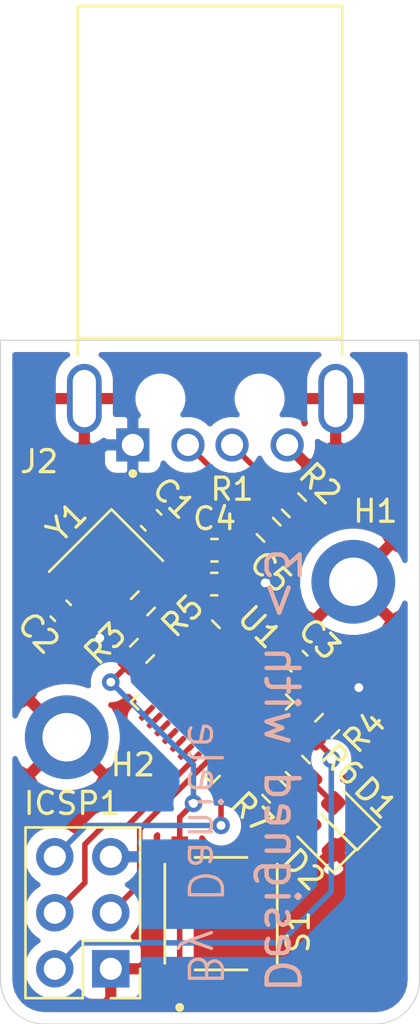
<source format=kicad_pcb>
(kicad_pcb (version 20171130) (host pcbnew 5.1.10)

  (general
    (thickness 1.6)
    (drawings 8)
    (tracks 93)
    (zones 0)
    (modules 21)
    (nets 34)
  )

  (page A4)
  (layers
    (0 F.Cu signal)
    (31 B.Cu signal)
    (32 B.Adhes user)
    (33 F.Adhes user)
    (34 B.Paste user)
    (35 F.Paste user)
    (36 B.SilkS user)
    (37 F.SilkS user)
    (38 B.Mask user)
    (39 F.Mask user)
    (40 Dwgs.User user)
    (41 Cmts.User user)
    (42 Eco1.User user)
    (43 Eco2.User user)
    (44 Edge.Cuts user)
    (45 Margin user)
    (46 B.CrtYd user hide)
    (47 F.CrtYd user hide)
    (48 B.Fab user)
    (49 F.Fab user hide)
  )

  (setup
    (last_trace_width 0.25)
    (trace_clearance 0.2)
    (zone_clearance 0.508)
    (zone_45_only no)
    (trace_min 0.2)
    (via_size 0.8)
    (via_drill 0.4)
    (via_min_size 0.4)
    (via_min_drill 0.3)
    (uvia_size 0.3)
    (uvia_drill 0.1)
    (uvias_allowed no)
    (uvia_min_size 0.2)
    (uvia_min_drill 0.1)
    (edge_width 0.05)
    (segment_width 0.2)
    (pcb_text_width 0.3)
    (pcb_text_size 1.5 1.5)
    (mod_edge_width 0.12)
    (mod_text_size 1 1)
    (mod_text_width 0.15)
    (pad_size 1.524 1.524)
    (pad_drill 0.762)
    (pad_to_mask_clearance 0)
    (aux_axis_origin 169.8 100.2)
    (visible_elements FFFFFF7F)
    (pcbplotparams
      (layerselection 0x010fc_ffffffff)
      (usegerberextensions false)
      (usegerberattributes true)
      (usegerberadvancedattributes true)
      (creategerberjobfile true)
      (excludeedgelayer true)
      (linewidth 0.100000)
      (plotframeref false)
      (viasonmask false)
      (mode 1)
      (useauxorigin false)
      (hpglpennumber 1)
      (hpglpenspeed 20)
      (hpglpendiameter 15.000000)
      (psnegative false)
      (psa4output false)
      (plotreference true)
      (plotvalue true)
      (plotinvisibletext false)
      (padsonsilk false)
      (subtractmaskfromsilk false)
      (outputformat 1)
      (mirror false)
      (drillshape 1)
      (scaleselection 1)
      (outputdirectory ""))
  )

  (net 0 "")
  (net 1 "Net-(C1-Pad1)")
  (net 2 GND)
  (net 3 "Net-(C2-Pad1)")
  (net 4 "Net-(C3-Pad2)")
  (net 5 +5V)
  (net 6 "Net-(D1-Pad2)")
  (net 7 "Net-(D2-Pad2)")
  (net 8 /MISO)
  (net 9 /SCK)
  (net 10 /MOSI)
  (net 11 /RESET)
  (net 12 /D-)
  (net 13 /D+)
  (net 14 /TOGGLE)
  (net 15 "Net-(U1-Pad6)")
  (net 16 "Net-(U1-Pad7)")
  (net 17 "Net-(U1-Pad10)")
  (net 18 "Net-(U1-Pad11)")
  (net 19 "Net-(U1-Pad12)")
  (net 20 "Net-(U1-Pad13)")
  (net 21 "Net-(U1-Pad14)")
  (net 22 "Net-(U1-Pad18)")
  (net 23 "Net-(U1-Pad19)")
  (net 24 "Net-(U1-Pad20)")
  (net 25 "Net-(U1-Pad21)")
  (net 26 "Net-(U1-Pad25)")
  (net 27 "Net-(U1-Pad26)")
  (net 28 "Net-(U1-Pad8)")
  (net 29 "Net-(U1-Pad9)")
  (net 30 "Net-(J2-Pad2)")
  (net 31 "Net-(J2-Pad3)")
  (net 32 /LED1)
  (net 33 /LED2)

  (net_class Default "This is the default net class."
    (clearance 0.2)
    (trace_width 0.25)
    (via_dia 0.8)
    (via_drill 0.4)
    (uvia_dia 0.3)
    (uvia_drill 0.1)
    (add_net +5V)
    (add_net /D+)
    (add_net /D-)
    (add_net /LED1)
    (add_net /LED2)
    (add_net /MISO)
    (add_net /MOSI)
    (add_net /RESET)
    (add_net /SCK)
    (add_net /TOGGLE)
    (add_net GND)
    (add_net "Net-(C1-Pad1)")
    (add_net "Net-(C2-Pad1)")
    (add_net "Net-(C3-Pad2)")
    (add_net "Net-(D1-Pad2)")
    (add_net "Net-(D2-Pad2)")
    (add_net "Net-(J2-Pad2)")
    (add_net "Net-(J2-Pad3)")
    (add_net "Net-(U1-Pad10)")
    (add_net "Net-(U1-Pad11)")
    (add_net "Net-(U1-Pad12)")
    (add_net "Net-(U1-Pad13)")
    (add_net "Net-(U1-Pad14)")
    (add_net "Net-(U1-Pad18)")
    (add_net "Net-(U1-Pad19)")
    (add_net "Net-(U1-Pad20)")
    (add_net "Net-(U1-Pad21)")
    (add_net "Net-(U1-Pad25)")
    (add_net "Net-(U1-Pad26)")
    (add_net "Net-(U1-Pad6)")
    (add_net "Net-(U1-Pad7)")
    (add_net "Net-(U1-Pad8)")
    (add_net "Net-(U1-Pad9)")
  )

  (module Capacitor_SMD:C_0603_1608Metric (layer F.Cu) (tedit 5F68FEEE) (tstamp 61A31874)
    (at 152.831371 100.662994 315)
    (descr "Capacitor SMD 0603 (1608 Metric), square (rectangular) end terminal, IPC_7351 nominal, (Body size source: IPC-SM-782 page 76, https://www.pcb-3d.com/wordpress/wp-content/uploads/ipc-sm-782a_amendment_1_and_2.pdf), generated with kicad-footprint-generator")
    (tags capacitor)
    (path /6208DE66)
    (attr smd)
    (fp_text reference C1 (at 0 -1.43 135) (layer F.SilkS)
      (effects (font (size 1 1) (thickness 0.15)))
    )
    (fp_text value 22pF (at 0 1.43 135) (layer F.Fab)
      (effects (font (size 1 1) (thickness 0.15)))
    )
    (fp_line (start -0.8 0.4) (end -0.8 -0.4) (layer F.Fab) (width 0.1))
    (fp_line (start -0.8 -0.4) (end 0.8 -0.4) (layer F.Fab) (width 0.1))
    (fp_line (start 0.8 -0.4) (end 0.8 0.4) (layer F.Fab) (width 0.1))
    (fp_line (start 0.8 0.4) (end -0.8 0.4) (layer F.Fab) (width 0.1))
    (fp_line (start -0.14058 -0.51) (end 0.14058 -0.51) (layer F.SilkS) (width 0.12))
    (fp_line (start -0.14058 0.51) (end 0.14058 0.51) (layer F.SilkS) (width 0.12))
    (fp_line (start -1.48 0.73) (end -1.48 -0.73) (layer F.CrtYd) (width 0.05))
    (fp_line (start -1.48 -0.73) (end 1.48 -0.73) (layer F.CrtYd) (width 0.05))
    (fp_line (start 1.48 -0.73) (end 1.48 0.73) (layer F.CrtYd) (width 0.05))
    (fp_line (start 1.48 0.73) (end -1.48 0.73) (layer F.CrtYd) (width 0.05))
    (fp_text user %R (at 0 0 135) (layer F.Fab)
      (effects (font (size 0.4 0.4) (thickness 0.06)))
    )
    (pad 1 smd roundrect (at -0.775 0 315) (size 0.9 0.95) (layers F.Cu F.Paste F.Mask) (roundrect_rratio 0.25)
      (net 1 "Net-(C1-Pad1)"))
    (pad 2 smd roundrect (at 0.775 0 315) (size 0.9 0.95) (layers F.Cu F.Paste F.Mask) (roundrect_rratio 0.25)
      (net 2 GND))
    (model ${KISYS3DMOD}/Capacitor_SMD.3dshapes/C_0603_1608Metric.wrl
      (at (xyz 0 0 0))
      (scale (xyz 1 1 1))
      (rotate (xyz 0 0 0))
    )
  )

  (module Capacitor_SMD:C_0603_1608Metric (layer F.Cu) (tedit 5F68FEEE) (tstamp 61A31885)
    (at 148.730152 104.764214 135)
    (descr "Capacitor SMD 0603 (1608 Metric), square (rectangular) end terminal, IPC_7351 nominal, (Body size source: IPC-SM-782 page 76, https://www.pcb-3d.com/wordpress/wp-content/uploads/ipc-sm-782a_amendment_1_and_2.pdf), generated with kicad-footprint-generator")
    (tags capacitor)
    (path /6208ECC4)
    (attr smd)
    (fp_text reference C2 (at 0 -1.43 135) (layer F.SilkS)
      (effects (font (size 1 1) (thickness 0.15)))
    )
    (fp_text value 22pF (at 0 1.43 135) (layer F.Fab)
      (effects (font (size 1 1) (thickness 0.15)))
    )
    (fp_line (start -0.8 0.4) (end -0.8 -0.4) (layer F.Fab) (width 0.1))
    (fp_line (start -0.8 -0.4) (end 0.8 -0.4) (layer F.Fab) (width 0.1))
    (fp_line (start 0.8 -0.4) (end 0.8 0.4) (layer F.Fab) (width 0.1))
    (fp_line (start 0.8 0.4) (end -0.8 0.4) (layer F.Fab) (width 0.1))
    (fp_line (start -0.14058 -0.51) (end 0.14058 -0.51) (layer F.SilkS) (width 0.12))
    (fp_line (start -0.14058 0.51) (end 0.14058 0.51) (layer F.SilkS) (width 0.12))
    (fp_line (start -1.48 0.73) (end -1.48 -0.73) (layer F.CrtYd) (width 0.05))
    (fp_line (start -1.48 -0.73) (end 1.48 -0.73) (layer F.CrtYd) (width 0.05))
    (fp_line (start 1.48 -0.73) (end 1.48 0.73) (layer F.CrtYd) (width 0.05))
    (fp_line (start 1.48 0.73) (end -1.48 0.73) (layer F.CrtYd) (width 0.05))
    (fp_text user %R (at 1.27 0.635 135) (layer F.Fab)
      (effects (font (size 0.4 0.4) (thickness 0.06)))
    )
    (pad 1 smd roundrect (at -0.775 0 135) (size 0.9 0.95) (layers F.Cu F.Paste F.Mask) (roundrect_rratio 0.25)
      (net 3 "Net-(C2-Pad1)"))
    (pad 2 smd roundrect (at 0.775 0 135) (size 0.9 0.95) (layers F.Cu F.Paste F.Mask) (roundrect_rratio 0.25)
      (net 2 GND))
    (model ${KISYS3DMOD}/Capacitor_SMD.3dshapes/C_0603_1608Metric.wrl
      (at (xyz 0 0 0))
      (scale (xyz 1 1 1))
      (rotate (xyz 0 0 0))
    )
  )

  (module Capacitor_SMD:C_0603_1608Metric (layer F.Cu) (tedit 5F68FEEE) (tstamp 61A31896)
    (at 159.451992 107.051992 315)
    (descr "Capacitor SMD 0603 (1608 Metric), square (rectangular) end terminal, IPC_7351 nominal, (Body size source: IPC-SM-782 page 76, https://www.pcb-3d.com/wordpress/wp-content/uploads/ipc-sm-782a_amendment_1_and_2.pdf), generated with kicad-footprint-generator")
    (tags capacitor)
    (path /61A4996F)
    (attr smd)
    (fp_text reference C3 (at 0 -1.43 135) (layer F.SilkS)
      (effects (font (size 1 1) (thickness 0.15)))
    )
    (fp_text value 1uF (at 0 1.43 135) (layer F.Fab)
      (effects (font (size 1 1) (thickness 0.15)))
    )
    (fp_line (start 1.48 0.73) (end -1.48 0.73) (layer F.CrtYd) (width 0.05))
    (fp_line (start 1.48 -0.73) (end 1.48 0.73) (layer F.CrtYd) (width 0.05))
    (fp_line (start -1.48 -0.73) (end 1.48 -0.73) (layer F.CrtYd) (width 0.05))
    (fp_line (start -1.48 0.73) (end -1.48 -0.73) (layer F.CrtYd) (width 0.05))
    (fp_line (start -0.14058 0.51) (end 0.14058 0.51) (layer F.SilkS) (width 0.12))
    (fp_line (start -0.14058 -0.51) (end 0.14058 -0.51) (layer F.SilkS) (width 0.12))
    (fp_line (start 0.8 0.4) (end -0.8 0.4) (layer F.Fab) (width 0.1))
    (fp_line (start 0.8 -0.4) (end 0.8 0.4) (layer F.Fab) (width 0.1))
    (fp_line (start -0.8 -0.4) (end 0.8 -0.4) (layer F.Fab) (width 0.1))
    (fp_line (start -0.8 0.4) (end -0.8 -0.4) (layer F.Fab) (width 0.1))
    (fp_text user %R (at 0 0 135) (layer F.Fab)
      (effects (font (size 0.4 0.4) (thickness 0.06)))
    )
    (pad 2 smd roundrect (at 0.775 0 315) (size 0.9 0.95) (layers F.Cu F.Paste F.Mask) (roundrect_rratio 0.25)
      (net 4 "Net-(C3-Pad2)"))
    (pad 1 smd roundrect (at -0.775 0 315) (size 0.9 0.95) (layers F.Cu F.Paste F.Mask) (roundrect_rratio 0.25)
      (net 2 GND))
    (model ${KISYS3DMOD}/Capacitor_SMD.3dshapes/C_0603_1608Metric.wrl
      (at (xyz 0 0 0))
      (scale (xyz 1 1 1))
      (rotate (xyz 0 0 0))
    )
  )

  (module Capacitor_SMD:C_0603_1608Metric (layer F.Cu) (tedit 5F68FEEE) (tstamp 61A318A7)
    (at 155.70436 102.018738)
    (descr "Capacitor SMD 0603 (1608 Metric), square (rectangular) end terminal, IPC_7351 nominal, (Body size source: IPC-SM-782 page 76, https://www.pcb-3d.com/wordpress/wp-content/uploads/ipc-sm-782a_amendment_1_and_2.pdf), generated with kicad-footprint-generator")
    (tags capacitor)
    (path /61AB5F3A)
    (attr smd)
    (fp_text reference C4 (at 0 -1.43) (layer F.SilkS)
      (effects (font (size 1 1) (thickness 0.15)))
    )
    (fp_text value 10nF (at 0 1.43) (layer F.Fab)
      (effects (font (size 1 1) (thickness 0.15)))
    )
    (fp_line (start 1.48 0.73) (end -1.48 0.73) (layer F.CrtYd) (width 0.05))
    (fp_line (start 1.48 -0.73) (end 1.48 0.73) (layer F.CrtYd) (width 0.05))
    (fp_line (start -1.48 -0.73) (end 1.48 -0.73) (layer F.CrtYd) (width 0.05))
    (fp_line (start -1.48 0.73) (end -1.48 -0.73) (layer F.CrtYd) (width 0.05))
    (fp_line (start -0.14058 0.51) (end 0.14058 0.51) (layer F.SilkS) (width 0.12))
    (fp_line (start -0.14058 -0.51) (end 0.14058 -0.51) (layer F.SilkS) (width 0.12))
    (fp_line (start 0.8 0.4) (end -0.8 0.4) (layer F.Fab) (width 0.1))
    (fp_line (start 0.8 -0.4) (end 0.8 0.4) (layer F.Fab) (width 0.1))
    (fp_line (start -0.8 -0.4) (end 0.8 -0.4) (layer F.Fab) (width 0.1))
    (fp_line (start -0.8 0.4) (end -0.8 -0.4) (layer F.Fab) (width 0.1))
    (fp_text user %R (at 0 0) (layer F.Fab)
      (effects (font (size 0.4 0.4) (thickness 0.06)))
    )
    (pad 2 smd roundrect (at 0.775 0) (size 0.9 0.95) (layers F.Cu F.Paste F.Mask) (roundrect_rratio 0.25)
      (net 5 +5V))
    (pad 1 smd roundrect (at -0.775 0) (size 0.9 0.95) (layers F.Cu F.Paste F.Mask) (roundrect_rratio 0.25)
      (net 2 GND))
    (model ${KISYS3DMOD}/Capacitor_SMD.3dshapes/C_0603_1608Metric.wrl
      (at (xyz 0 0 0))
      (scale (xyz 1 1 1))
      (rotate (xyz 0 0 0))
    )
  )

  (module Capacitor_SMD:C_0603_1608Metric (layer F.Cu) (tedit 5F68FEEE) (tstamp 61A318B8)
    (at 155.69196 103.555436)
    (descr "Capacitor SMD 0603 (1608 Metric), square (rectangular) end terminal, IPC_7351 nominal, (Body size source: IPC-SM-782 page 76, https://www.pcb-3d.com/wordpress/wp-content/uploads/ipc-sm-782a_amendment_1_and_2.pdf), generated with kicad-footprint-generator")
    (tags capacitor)
    (path /61AAE654)
    (attr smd)
    (fp_text reference C5 (at 2.55804 -0.555436 315) (layer F.SilkS)
      (effects (font (size 1 1) (thickness 0.15)))
    )
    (fp_text value 100nF (at 0 1.43) (layer F.Fab)
      (effects (font (size 1 1) (thickness 0.15)))
    )
    (fp_line (start -0.8 0.4) (end -0.8 -0.4) (layer F.Fab) (width 0.1))
    (fp_line (start -0.8 -0.4) (end 0.8 -0.4) (layer F.Fab) (width 0.1))
    (fp_line (start 0.8 -0.4) (end 0.8 0.4) (layer F.Fab) (width 0.1))
    (fp_line (start 0.8 0.4) (end -0.8 0.4) (layer F.Fab) (width 0.1))
    (fp_line (start -0.14058 -0.51) (end 0.14058 -0.51) (layer F.SilkS) (width 0.12))
    (fp_line (start -0.14058 0.51) (end 0.14058 0.51) (layer F.SilkS) (width 0.12))
    (fp_line (start -1.48 0.73) (end -1.48 -0.73) (layer F.CrtYd) (width 0.05))
    (fp_line (start -1.48 -0.73) (end 1.48 -0.73) (layer F.CrtYd) (width 0.05))
    (fp_line (start 1.48 -0.73) (end 1.48 0.73) (layer F.CrtYd) (width 0.05))
    (fp_line (start 1.48 0.73) (end -1.48 0.73) (layer F.CrtYd) (width 0.05))
    (fp_text user %R (at 0 0) (layer F.Fab)
      (effects (font (size 0.4 0.4) (thickness 0.06)))
    )
    (pad 1 smd roundrect (at -0.775 0) (size 0.9 0.95) (layers F.Cu F.Paste F.Mask) (roundrect_rratio 0.25)
      (net 2 GND))
    (pad 2 smd roundrect (at 0.775 0) (size 0.9 0.95) (layers F.Cu F.Paste F.Mask) (roundrect_rratio 0.25)
      (net 5 +5V))
    (model ${KISYS3DMOD}/Capacitor_SMD.3dshapes/C_0603_1608Metric.wrl
      (at (xyz 0 0 0))
      (scale (xyz 1 1 1))
      (rotate (xyz 0 0 0))
    )
  )

  (module Diode_SMD:D_0603_1608Metric (layer F.Cu) (tedit 5F68FEF0) (tstamp 61A318DE)
    (at 161.643153 114.043153 135)
    (descr "Diode SMD 0603 (1608 Metric), square (rectangular) end terminal, IPC_7351 nominal, (Body size source: http://www.tortai-tech.com/upload/download/2011102023233369053.pdf), generated with kicad-footprint-generator")
    (tags diode)
    (path /61BDDA93)
    (attr smd)
    (fp_text reference D1 (at -0.398592 1.52028 135) (layer F.SilkS)
      (effects (font (size 1 1) (thickness 0.15)))
    )
    (fp_text value LED1 (at 0 1.43 135) (layer F.Fab)
      (effects (font (size 1 1) (thickness 0.15)))
    )
    (fp_line (start 1.48 0.73) (end -1.48 0.73) (layer F.CrtYd) (width 0.05))
    (fp_line (start 1.48 -0.73) (end 1.48 0.73) (layer F.CrtYd) (width 0.05))
    (fp_line (start -1.48 -0.73) (end 1.48 -0.73) (layer F.CrtYd) (width 0.05))
    (fp_line (start -1.48 0.73) (end -1.48 -0.73) (layer F.CrtYd) (width 0.05))
    (fp_line (start -1.485 0.735) (end 0.8 0.735) (layer F.SilkS) (width 0.12))
    (fp_line (start -1.485 -0.735) (end -1.485 0.735) (layer F.SilkS) (width 0.12))
    (fp_line (start 0.8 -0.735) (end -1.485 -0.735) (layer F.SilkS) (width 0.12))
    (fp_line (start 0.8 0.4) (end 0.8 -0.4) (layer F.Fab) (width 0.1))
    (fp_line (start -0.8 0.4) (end 0.8 0.4) (layer F.Fab) (width 0.1))
    (fp_line (start -0.8 -0.1) (end -0.8 0.4) (layer F.Fab) (width 0.1))
    (fp_line (start -0.5 -0.4) (end -0.8 -0.1) (layer F.Fab) (width 0.1))
    (fp_line (start 0.8 -0.4) (end -0.5 -0.4) (layer F.Fab) (width 0.1))
    (fp_text user %R (at 0 0 135) (layer F.Fab)
      (effects (font (size 0.4 0.4) (thickness 0.06)))
    )
    (pad 2 smd roundrect (at 0.7875 0 135) (size 0.875 0.95) (layers F.Cu F.Paste F.Mask) (roundrect_rratio 0.25)
      (net 6 "Net-(D1-Pad2)"))
    (pad 1 smd roundrect (at -0.7875 0 135) (size 0.875 0.95) (layers F.Cu F.Paste F.Mask) (roundrect_rratio 0.25)
      (net 2 GND))
    (model ${KISYS3DMOD}/Diode_SMD.3dshapes/D_0603_1608Metric.wrl
      (at (xyz 0 0 0))
      (scale (xyz 1 1 1))
      (rotate (xyz 0 0 0))
    )
  )

  (module SnapEDA:MOLEX_48037-0001 (layer F.Cu) (tedit 61A2B53D) (tstamp 61A318FF)
    (at 155.5 95.144 180)
    (path /61A2F344)
    (fp_text reference J2 (at 7.75 -2.856 180) (layer F.SilkS)
      (effects (font (size 1 1) (thickness 0.15)))
    )
    (fp_text value 48037-0001 (at 3.26 18.965) (layer F.Fab)
      (effects (font (size 1 1) (thickness 0.15)))
    )
    (fp_line (start -6 -1) (end -6 2.75) (layer F.Fab) (width 0.127))
    (fp_line (start -6 2.75) (end 6 2.75) (layer F.Fab) (width 0.127))
    (fp_line (start 6 2.75) (end 6 -1) (layer F.Fab) (width 0.127))
    (fp_line (start 6 -1) (end -6 -1) (layer F.Fab) (width 0.127))
    (fp_line (start -6 2.75) (end -6 17.8) (layer F.Fab) (width 0.127))
    (fp_line (start -6 17.8) (end 6 17.8) (layer F.Fab) (width 0.127))
    (fp_line (start 6 17.8) (end 6 2.75) (layer F.Fab) (width 0.127))
    (fp_line (start 6 2.75) (end 9.2 2.75) (layer F.Fab) (width 0.127))
    (fp_line (start -6 2) (end -6 2.75) (layer F.SilkS) (width 0.127))
    (fp_line (start -6 2.75) (end 6 2.75) (layer F.SilkS) (width 0.127))
    (fp_line (start 6 2.75) (end 6 2) (layer F.SilkS) (width 0.127))
    (fp_line (start -6.75 -3.11) (end -6.75 18.05) (layer F.CrtYd) (width 0.05))
    (fp_line (start -6.75 18.05) (end 6.75 18.05) (layer F.CrtYd) (width 0.05))
    (fp_line (start 6.75 18.05) (end 6.75 -3.11) (layer F.CrtYd) (width 0.05))
    (fp_line (start 6.75 -3.11) (end -6.75 -3.11) (layer F.CrtYd) (width 0.05))
    (fp_line (start -6 2.75) (end -6 17.8) (layer F.SilkS) (width 0.127))
    (fp_line (start -6 17.8) (end 6 17.8) (layer F.SilkS) (width 0.127))
    (fp_line (start 6 17.8) (end 6 2.75) (layer F.SilkS) (width 0.127))
    (fp_circle (center 3.5 -3.4) (end 3.6 -3.4) (layer F.SilkS) (width 0.2))
    (fp_circle (center 3.5 -3.4) (end 3.6 -3.4) (layer F.Fab) (width 0.2))
    (fp_text user PCB-EDGE (at 6.28 2.47) (layer F.Fab)
      (effects (font (size 0.32 0.32) (thickness 0.15)))
    )
    (pad 1 thru_hole rect (at 3.5 -2.1 180) (size 1.508 1.508) (drill 1) (layers *.Cu *.Mask)
      (net 5 +5V))
    (pad 2 thru_hole circle (at 1 -2.1 180) (size 1.508 1.508) (drill 1) (layers *.Cu *.Mask)
      (net 30 "Net-(J2-Pad2)"))
    (pad 3 thru_hole circle (at -1 -2.1 180) (size 1.508 1.508) (drill 1) (layers *.Cu *.Mask)
      (net 31 "Net-(J2-Pad3)"))
    (pad 4 thru_hole circle (at -3.5 -2.1 180) (size 1.508 1.508) (drill 1) (layers *.Cu *.Mask)
      (net 2 GND))
    (pad None np_thru_hole circle (at 2.25 0 180) (size 1.25 1.25) (drill 1.25) (layers *.Cu *.Mask))
    (pad None np_thru_hole circle (at -2.25 0 180) (size 1.25 1.25) (drill 1.25) (layers *.Cu *.Mask))
    (pad S2 thru_hole oval (at -5.7 0 180) (size 1.575 3.15) (drill oval 1.05 2.6) (layers *.Cu *.Mask)
      (net 2 GND))
    (pad S1 thru_hole oval (at 5.7 0 180) (size 1.575 3.15) (drill oval 1.05 2.6) (layers *.Cu *.Mask)
      (net 2 GND))
  )

  (module Connector_PinHeader_2.54mm:PinHeader_2x03_P2.54mm_Vertical (layer F.Cu) (tedit 59FED5CC) (tstamp 61A3191B)
    (at 151 121 180)
    (descr "Through hole straight pin header, 2x03, 2.54mm pitch, double rows")
    (tags "Through hole pin header THT 2x03 2.54mm double row")
    (path /61B1B4B6)
    (fp_text reference ICSP1 (at 1.75 7.5) (layer F.SilkS)
      (effects (font (size 1 1) (thickness 0.15)))
    )
    (fp_text value Conn_01x06_Female (at 1.27 7.41) (layer F.Fab)
      (effects (font (size 1 1) (thickness 0.15)))
    )
    (fp_line (start 0 -1.27) (end 3.81 -1.27) (layer F.Fab) (width 0.1))
    (fp_line (start 3.81 -1.27) (end 3.81 6.35) (layer F.Fab) (width 0.1))
    (fp_line (start 3.81 6.35) (end -1.27 6.35) (layer F.Fab) (width 0.1))
    (fp_line (start -1.27 6.35) (end -1.27 0) (layer F.Fab) (width 0.1))
    (fp_line (start -1.27 0) (end 0 -1.27) (layer F.Fab) (width 0.1))
    (fp_line (start -1.33 6.41) (end 3.87 6.41) (layer F.SilkS) (width 0.12))
    (fp_line (start -1.33 1.27) (end -1.33 6.41) (layer F.SilkS) (width 0.12))
    (fp_line (start 3.87 -1.33) (end 3.87 6.41) (layer F.SilkS) (width 0.12))
    (fp_line (start -1.33 1.27) (end 1.27 1.27) (layer F.SilkS) (width 0.12))
    (fp_line (start 1.27 1.27) (end 1.27 -1.33) (layer F.SilkS) (width 0.12))
    (fp_line (start 1.27 -1.33) (end 3.87 -1.33) (layer F.SilkS) (width 0.12))
    (fp_line (start -1.33 0) (end -1.33 -1.33) (layer F.SilkS) (width 0.12))
    (fp_line (start -1.33 -1.33) (end 0 -1.33) (layer F.SilkS) (width 0.12))
    (fp_line (start -1.8 -1.8) (end -1.8 6.85) (layer F.CrtYd) (width 0.05))
    (fp_line (start -1.8 6.85) (end 4.35 6.85) (layer F.CrtYd) (width 0.05))
    (fp_line (start 4.35 6.85) (end 4.35 -1.8) (layer F.CrtYd) (width 0.05))
    (fp_line (start 4.35 -1.8) (end -1.8 -1.8) (layer F.CrtYd) (width 0.05))
    (fp_text user %R (at 1.27 2.54 90) (layer F.Fab)
      (effects (font (size 1 1) (thickness 0.15)))
    )
    (pad 1 thru_hole rect (at 0 0 180) (size 1.7 1.7) (drill 1) (layers *.Cu *.Mask)
      (net 2 GND))
    (pad 2 thru_hole oval (at 2.54 0 180) (size 1.7 1.7) (drill 1) (layers *.Cu *.Mask)
      (net 11 /RESET))
    (pad 3 thru_hole oval (at 0 2.54 180) (size 1.7 1.7) (drill 1) (layers *.Cu *.Mask)
      (net 10 /MOSI))
    (pad 4 thru_hole oval (at 2.54 2.54 180) (size 1.7 1.7) (drill 1) (layers *.Cu *.Mask)
      (net 9 /SCK))
    (pad 5 thru_hole oval (at 0 5.08 180) (size 1.7 1.7) (drill 1) (layers *.Cu *.Mask)
      (net 5 +5V))
    (pad 6 thru_hole oval (at 2.54 5.08 180) (size 1.7 1.7) (drill 1) (layers *.Cu *.Mask)
      (net 8 /MISO))
    (model ${KISYS3DMOD}/Connector_PinHeader_2.54mm.3dshapes/PinHeader_2x03_P2.54mm_Vertical.wrl
      (at (xyz 0 0 0))
      (scale (xyz 1 1 1))
      (rotate (xyz 0 0 0))
    )
  )

  (module Resistor_SMD:R_0603_1608Metric (layer F.Cu) (tedit 5F68FEEE) (tstamp 61A31953)
    (at 158.158058 101.092373 315)
    (descr "Resistor SMD 0603 (1608 Metric), square (rectangular) end terminal, IPC_7351 nominal, (Body size source: IPC-SM-782 page 72, https://www.pcb-3d.com/wordpress/wp-content/uploads/ipc-sm-782a_amendment_1_and_2.pdf), generated with kicad-footprint-generator")
    (tags resistor)
    (path /61A9189F)
    (attr smd)
    (fp_text reference R1 (at -2.475178 -0.13033 180) (layer F.SilkS)
      (effects (font (size 1 1) (thickness 0.15)))
    )
    (fp_text value 22 (at 0 1.43 135) (layer F.Fab)
      (effects (font (size 1 1) (thickness 0.15)))
    )
    (fp_line (start 1.48 0.73) (end -1.48 0.73) (layer F.CrtYd) (width 0.05))
    (fp_line (start 1.48 -0.73) (end 1.48 0.73) (layer F.CrtYd) (width 0.05))
    (fp_line (start -1.48 -0.73) (end 1.48 -0.73) (layer F.CrtYd) (width 0.05))
    (fp_line (start -1.48 0.73) (end -1.48 -0.73) (layer F.CrtYd) (width 0.05))
    (fp_line (start -0.237258 0.5225) (end 0.237258 0.5225) (layer F.SilkS) (width 0.12))
    (fp_line (start -0.237258 -0.5225) (end 0.237258 -0.5225) (layer F.SilkS) (width 0.12))
    (fp_line (start 0.8 0.4125) (end -0.8 0.4125) (layer F.Fab) (width 0.1))
    (fp_line (start 0.8 -0.4125) (end 0.8 0.4125) (layer F.Fab) (width 0.1))
    (fp_line (start -0.8 -0.4125) (end 0.8 -0.4125) (layer F.Fab) (width 0.1))
    (fp_line (start -0.8 0.4125) (end -0.8 -0.4125) (layer F.Fab) (width 0.1))
    (fp_text user %R (at 0 0 135) (layer F.Fab)
      (effects (font (size 0.4 0.4) (thickness 0.06)))
    )
    (pad 2 smd roundrect (at 0.825 0 315) (size 0.8 0.95) (layers F.Cu F.Paste F.Mask) (roundrect_rratio 0.25)
      (net 12 /D-))
    (pad 1 smd roundrect (at -0.825 0 315) (size 0.8 0.95) (layers F.Cu F.Paste F.Mask) (roundrect_rratio 0.25)
      (net 30 "Net-(J2-Pad2)"))
    (model ${KISYS3DMOD}/Resistor_SMD.3dshapes/R_0603_1608Metric.wrl
      (at (xyz 0 0 0))
      (scale (xyz 1 1 1))
      (rotate (xyz 0 0 0))
    )
  )

  (module Resistor_SMD:R_0603_1608Metric (layer F.Cu) (tedit 5F68FEEE) (tstamp 61A31964)
    (at 159.307107 99.97868 135)
    (descr "Resistor SMD 0603 (1608 Metric), square (rectangular) end terminal, IPC_7351 nominal, (Body size source: IPC-SM-782 page 72, https://www.pcb-3d.com/wordpress/wp-content/uploads/ipc-sm-782a_amendment_1_and_2.pdf), generated with kicad-footprint-generator")
    (tags resistor)
    (path /61A94C89)
    (attr smd)
    (fp_text reference R2 (at -0.151471 1.535534 135) (layer F.SilkS)
      (effects (font (size 1 1) (thickness 0.15)))
    )
    (fp_text value 22 (at 0 1.43 135) (layer F.Fab)
      (effects (font (size 1 1) (thickness 0.15)))
    )
    (fp_line (start -0.8 0.4125) (end -0.8 -0.4125) (layer F.Fab) (width 0.1))
    (fp_line (start -0.8 -0.4125) (end 0.8 -0.4125) (layer F.Fab) (width 0.1))
    (fp_line (start 0.8 -0.4125) (end 0.8 0.4125) (layer F.Fab) (width 0.1))
    (fp_line (start 0.8 0.4125) (end -0.8 0.4125) (layer F.Fab) (width 0.1))
    (fp_line (start -0.237258 -0.5225) (end 0.237258 -0.5225) (layer F.SilkS) (width 0.12))
    (fp_line (start -0.237258 0.5225) (end 0.237258 0.5225) (layer F.SilkS) (width 0.12))
    (fp_line (start -1.48 0.73) (end -1.48 -0.73) (layer F.CrtYd) (width 0.05))
    (fp_line (start -1.48 -0.73) (end 1.48 -0.73) (layer F.CrtYd) (width 0.05))
    (fp_line (start 1.48 -0.73) (end 1.48 0.73) (layer F.CrtYd) (width 0.05))
    (fp_line (start 1.48 0.73) (end -1.48 0.73) (layer F.CrtYd) (width 0.05))
    (fp_text user %R (at 1.27 0 135) (layer F.Fab)
      (effects (font (size 0.4 0.4) (thickness 0.06)))
    )
    (pad 1 smd roundrect (at -0.825 0 135) (size 0.8 0.95) (layers F.Cu F.Paste F.Mask) (roundrect_rratio 0.25)
      (net 13 /D+))
    (pad 2 smd roundrect (at 0.825 0 135) (size 0.8 0.95) (layers F.Cu F.Paste F.Mask) (roundrect_rratio 0.25)
      (net 31 "Net-(J2-Pad3)"))
    (model ${KISYS3DMOD}/Resistor_SMD.3dshapes/R_0603_1608Metric.wrl
      (at (xyz 0 0 0))
      (scale (xyz 1 1 1))
      (rotate (xyz 0 0 0))
    )
  )

  (module Resistor_SMD:R_0603_1608Metric (layer F.Cu) (tedit 5F68FEEE) (tstamp 61A31975)
    (at 152.46014 104.428338 225)
    (descr "Resistor SMD 0603 (1608 Metric), square (rectangular) end terminal, IPC_7351 nominal, (Body size source: IPC-SM-782 page 72, https://www.pcb-3d.com/wordpress/wp-content/uploads/ipc-sm-782a_amendment_1_and_2.pdf), generated with kicad-footprint-generator")
    (tags resistor)
    (path /61A43382)
    (attr smd)
    (fp_text reference R3 (at 2.497361 -0.078858 45) (layer F.SilkS)
      (effects (font (size 1 1) (thickness 0.15)))
    )
    (fp_text value 1M (at 0 1.43 45) (layer F.Fab)
      (effects (font (size 1 1) (thickness 0.15)))
    )
    (fp_line (start 1.48 0.73) (end -1.48 0.73) (layer F.CrtYd) (width 0.05))
    (fp_line (start 1.48 -0.73) (end 1.48 0.73) (layer F.CrtYd) (width 0.05))
    (fp_line (start -1.48 -0.73) (end 1.48 -0.73) (layer F.CrtYd) (width 0.05))
    (fp_line (start -1.48 0.73) (end -1.48 -0.73) (layer F.CrtYd) (width 0.05))
    (fp_line (start -0.237258 0.5225) (end 0.237258 0.5225) (layer F.SilkS) (width 0.12))
    (fp_line (start -0.237258 -0.5225) (end 0.237258 -0.5225) (layer F.SilkS) (width 0.12))
    (fp_line (start 0.8 0.4125) (end -0.8 0.4125) (layer F.Fab) (width 0.1))
    (fp_line (start 0.8 -0.4125) (end 0.8 0.4125) (layer F.Fab) (width 0.1))
    (fp_line (start -0.8 -0.4125) (end 0.8 -0.4125) (layer F.Fab) (width 0.1))
    (fp_line (start -0.8 0.4125) (end -0.8 -0.4125) (layer F.Fab) (width 0.1))
    (fp_text user %R (at 0 0 45) (layer F.Fab)
      (effects (font (size 0.4 0.4) (thickness 0.06)))
    )
    (pad 2 smd roundrect (at 0.825 0 225) (size 0.8 0.95) (layers F.Cu F.Paste F.Mask) (roundrect_rratio 0.25)
      (net 3 "Net-(C2-Pad1)"))
    (pad 1 smd roundrect (at -0.825 0 225) (size 0.8 0.95) (layers F.Cu F.Paste F.Mask) (roundrect_rratio 0.25)
      (net 1 "Net-(C1-Pad1)"))
    (model ${KISYS3DMOD}/Resistor_SMD.3dshapes/R_0603_1608Metric.wrl
      (at (xyz 0 0 0))
      (scale (xyz 1 1 1))
      (rotate (xyz 0 0 0))
    )
  )

  (module Resistor_SMD:R_0603_1608Metric (layer F.Cu) (tedit 5F68FEEE) (tstamp 61A31986)
    (at 160.816637 109.983363 225)
    (descr "Resistor SMD 0603 (1608 Metric), square (rectangular) end terminal, IPC_7351 nominal, (Body size source: IPC-SM-782 page 72, https://www.pcb-3d.com/wordpress/wp-content/uploads/ipc-sm-782a_amendment_1_and_2.pdf), generated with kicad-footprint-generator")
    (tags resistor)
    (path /61AFF993)
    (attr smd)
    (fp_text reference R4 (at -1.001777 -1.378858 45) (layer F.SilkS)
      (effects (font (size 1 1) (thickness 0.15)))
    )
    (fp_text value 10k (at 0 1.43 45) (layer F.Fab)
      (effects (font (size 1 1) (thickness 0.15)))
    )
    (fp_line (start -0.8 0.4125) (end -0.8 -0.4125) (layer F.Fab) (width 0.1))
    (fp_line (start -0.8 -0.4125) (end 0.8 -0.4125) (layer F.Fab) (width 0.1))
    (fp_line (start 0.8 -0.4125) (end 0.8 0.4125) (layer F.Fab) (width 0.1))
    (fp_line (start 0.8 0.4125) (end -0.8 0.4125) (layer F.Fab) (width 0.1))
    (fp_line (start -0.237258 -0.5225) (end 0.237258 -0.5225) (layer F.SilkS) (width 0.12))
    (fp_line (start -0.237258 0.5225) (end 0.237258 0.5225) (layer F.SilkS) (width 0.12))
    (fp_line (start -1.48 0.73) (end -1.48 -0.73) (layer F.CrtYd) (width 0.05))
    (fp_line (start -1.48 -0.73) (end 1.48 -0.73) (layer F.CrtYd) (width 0.05))
    (fp_line (start 1.48 -0.73) (end 1.48 0.73) (layer F.CrtYd) (width 0.05))
    (fp_line (start 1.48 0.73) (end -1.48 0.73) (layer F.CrtYd) (width 0.05))
    (fp_text user %R (at 0 0 45) (layer F.Fab)
      (effects (font (size 0.4 0.4) (thickness 0.06)))
    )
    (pad 1 smd roundrect (at -0.825 0 225) (size 0.8 0.95) (layers F.Cu F.Paste F.Mask) (roundrect_rratio 0.25)
      (net 5 +5V))
    (pad 2 smd roundrect (at 0.825 0 225) (size 0.8 0.95) (layers F.Cu F.Paste F.Mask) (roundrect_rratio 0.25)
      (net 11 /RESET))
    (model ${KISYS3DMOD}/Resistor_SMD.3dshapes/R_0603_1608Metric.wrl
      (at (xyz 0 0 0))
      (scale (xyz 1 1 1))
      (rotate (xyz 0 0 0))
    )
  )

  (module Resistor_SMD:R_0603_1608Metric (layer F.Cu) (tedit 5F68FEEE) (tstamp 61A31997)
    (at 152.416637 106.583363 45)
    (descr "Resistor SMD 0603 (1608 Metric), square (rectangular) end terminal, IPC_7351 nominal, (Body size source: IPC-SM-782 page 72, https://www.pcb-3d.com/wordpress/wp-content/uploads/ipc-sm-782a_amendment_1_and_2.pdf), generated with kicad-footprint-generator")
    (tags resistor)
    (path /61B8FE05)
    (attr smd)
    (fp_text reference R5 (at 2.41599 0.176777 225) (layer F.SilkS)
      (effects (font (size 1 1) (thickness 0.15)))
    )
    (fp_text value 10k (at 0 1.43 45) (layer F.Fab)
      (effects (font (size 1 1) (thickness 0.15)))
    )
    (fp_line (start 1.48 0.73) (end -1.48 0.73) (layer F.CrtYd) (width 0.05))
    (fp_line (start 1.48 -0.73) (end 1.48 0.73) (layer F.CrtYd) (width 0.05))
    (fp_line (start -1.48 -0.73) (end 1.48 -0.73) (layer F.CrtYd) (width 0.05))
    (fp_line (start -1.48 0.73) (end -1.48 -0.73) (layer F.CrtYd) (width 0.05))
    (fp_line (start -0.237258 0.5225) (end 0.237258 0.5225) (layer F.SilkS) (width 0.12))
    (fp_line (start -0.237258 -0.5225) (end 0.237258 -0.5225) (layer F.SilkS) (width 0.12))
    (fp_line (start 0.8 0.4125) (end -0.8 0.4125) (layer F.Fab) (width 0.1))
    (fp_line (start 0.8 -0.4125) (end 0.8 0.4125) (layer F.Fab) (width 0.1))
    (fp_line (start -0.8 -0.4125) (end 0.8 -0.4125) (layer F.Fab) (width 0.1))
    (fp_line (start -0.8 0.4125) (end -0.8 -0.4125) (layer F.Fab) (width 0.1))
    (fp_text user %R (at 0 0 45) (layer F.Fab)
      (effects (font (size 0.4 0.4) (thickness 0.06)))
    )
    (pad 2 smd roundrect (at 0.825 0 45) (size 0.8 0.95) (layers F.Cu F.Paste F.Mask) (roundrect_rratio 0.25)
      (net 5 +5V))
    (pad 1 smd roundrect (at -0.825 0 45) (size 0.8 0.95) (layers F.Cu F.Paste F.Mask) (roundrect_rratio 0.25)
      (net 14 /TOGGLE))
    (model ${KISYS3DMOD}/Resistor_SMD.3dshapes/R_0603_1608Metric.wrl
      (at (xyz 0 0 0))
      (scale (xyz 1 1 1))
      (rotate (xyz 0 0 0))
    )
  )

  (module SnapEDA:SW_TS-1187A-B-A-B (layer F.Cu) (tedit 61A28460) (tstamp 61A319CE)
    (at 156 118.5 90)
    (path /61A2FF60)
    (fp_text reference S1 (at -0.825 3.5 90) (layer F.SilkS)
      (effects (font (size 1 1) (thickness 0.15)))
    )
    (fp_text value TS-1187A-B-A-B (at 6.795 3.565 90) (layer F.Fab)
      (effects (font (size 1 1) (thickness 0.15)))
    )
    (fp_line (start 2.55 2.55) (end 2.55 -2.55) (layer F.Fab) (width 0.127))
    (fp_line (start 2.55 -2.55) (end -2.55 -2.55) (layer F.Fab) (width 0.127))
    (fp_line (start -2.55 -2.55) (end -2.55 2.55) (layer F.Fab) (width 0.127))
    (fp_line (start -2.55 2.55) (end 2.55 2.55) (layer F.Fab) (width 0.127))
    (fp_line (start 2.25 2.55) (end -2.25 2.55) (layer F.SilkS) (width 0.127))
    (fp_line (start 2.25 -2.55) (end -2.25 -2.55) (layer F.SilkS) (width 0.127))
    (fp_line (start -3.75 -2.5) (end -3.75 -1.25) (layer F.CrtYd) (width 0.05))
    (fp_circle (center -4.25 -1.875) (end -4.15 -1.875) (layer F.SilkS) (width 0.2))
    (fp_circle (center -4.25 -1.875) (end -4.15 -1.875) (layer F.Fab) (width 0.2))
    (fp_line (start -2.55 -1.18) (end -2.55 1.18) (layer F.SilkS) (width 0.127))
    (fp_line (start 2.55 1.18) (end 2.55 -1.18) (layer F.SilkS) (width 0.127))
    (fp_line (start -2.8 -1.25) (end -2.8 1.25) (layer F.CrtYd) (width 0.05))
    (fp_line (start -3.75 -1.25) (end -2.8 -1.25) (layer F.CrtYd) (width 0.05))
    (fp_line (start -3.75 1.25) (end -2.8 1.25) (layer F.CrtYd) (width 0.05))
    (fp_line (start -2.8 -2.8) (end -2.8 -2.5) (layer F.CrtYd) (width 0.05))
    (fp_line (start -3.75 -2.5) (end -2.8 -2.5) (layer F.CrtYd) (width 0.05))
    (fp_line (start 2.8 -2.8) (end -2.8 -2.8) (layer F.CrtYd) (width 0.05))
    (fp_line (start 3.75 2.5) (end 3.75 1.25) (layer F.CrtYd) (width 0.05))
    (fp_line (start 2.8 2.8) (end 2.8 2.5) (layer F.CrtYd) (width 0.05))
    (fp_line (start 3.75 2.5) (end 2.8 2.5) (layer F.CrtYd) (width 0.05))
    (fp_line (start -2.8 2.8) (end 2.8 2.8) (layer F.CrtYd) (width 0.05))
    (fp_line (start 3.75 -2.5) (end 3.75 -1.25) (layer F.CrtYd) (width 0.05))
    (fp_line (start 2.8 -1.25) (end 2.8 1.25) (layer F.CrtYd) (width 0.05))
    (fp_line (start 3.75 -1.25) (end 2.8 -1.25) (layer F.CrtYd) (width 0.05))
    (fp_line (start 3.75 1.25) (end 2.8 1.25) (layer F.CrtYd) (width 0.05))
    (fp_line (start 2.8 -2.8) (end 2.8 -2.5) (layer F.CrtYd) (width 0.05))
    (fp_line (start 3.75 -2.5) (end 2.8 -2.5) (layer F.CrtYd) (width 0.05))
    (fp_line (start -3.75 2.5) (end -3.75 1.25) (layer F.CrtYd) (width 0.05))
    (fp_line (start -2.8 2.8) (end -2.8 2.5) (layer F.CrtYd) (width 0.05))
    (fp_line (start -3.75 2.5) (end -2.8 2.5) (layer F.CrtYd) (width 0.05))
    (pad A smd rect (at -3 -1.875 90) (size 1 0.75) (layers F.Cu F.Paste F.Mask)
      (net 14 /TOGGLE))
    (pad B smd rect (at 3 -1.875 90) (size 1 0.75) (layers F.Cu F.Paste F.Mask)
      (net 14 /TOGGLE))
    (pad C smd rect (at -3 1.875 90) (size 1 0.75) (layers F.Cu F.Paste F.Mask)
      (net 2 GND))
    (pad D smd rect (at 3 1.875 90) (size 1 0.75) (layers F.Cu F.Paste F.Mask)
      (net 2 GND))
  )

  (module Package_DFN_QFN:QFN-32-1EP_5x5mm_P0.5mm_EP3.1x3.1mm (layer F.Cu) (tedit 5DC5F6A4) (tstamp 61A31A1B)
    (at 155.6 108.9 315)
    (descr "QFN, 32 Pin (http://ww1.microchip.com/downloads/en/DeviceDoc/8008S.pdf#page=20), generated with kicad-footprint-generator ipc_noLead_generator.py")
    (tags "QFN NoLead")
    (path /61A28B37)
    (attr smd)
    (fp_text reference U1 (at -0.883883 -3.924443 135) (layer F.SilkS)
      (effects (font (size 1 1) (thickness 0.15)))
    )
    (fp_text value ATmega16U2-MU (at 0 3.82 135) (layer F.Fab)
      (effects (font (size 1 1) (thickness 0.15)))
    )
    (fp_line (start 2.135 -2.61) (end 2.61 -2.61) (layer F.SilkS) (width 0.12))
    (fp_line (start 2.61 -2.61) (end 2.61 -2.135) (layer F.SilkS) (width 0.12))
    (fp_line (start -2.135 2.61) (end -2.61 2.61) (layer F.SilkS) (width 0.12))
    (fp_line (start -2.61 2.61) (end -2.61 2.135) (layer F.SilkS) (width 0.12))
    (fp_line (start 2.135 2.61) (end 2.61 2.61) (layer F.SilkS) (width 0.12))
    (fp_line (start 2.61 2.61) (end 2.61 2.135) (layer F.SilkS) (width 0.12))
    (fp_line (start -2.135 -2.61) (end -2.61 -2.61) (layer F.SilkS) (width 0.12))
    (fp_line (start -1.5 -2.5) (end 2.5 -2.5) (layer F.Fab) (width 0.1))
    (fp_line (start 2.5 -2.5) (end 2.5 2.5) (layer F.Fab) (width 0.1))
    (fp_line (start 2.5 2.5) (end -2.5 2.5) (layer F.Fab) (width 0.1))
    (fp_line (start -2.5 2.5) (end -2.5 -1.5) (layer F.Fab) (width 0.1))
    (fp_line (start -2.5 -1.5) (end -1.5 -2.5) (layer F.Fab) (width 0.1))
    (fp_line (start -3.12 -3.12) (end -3.12 3.12) (layer F.CrtYd) (width 0.05))
    (fp_line (start -3.12 3.12) (end 3.12 3.12) (layer F.CrtYd) (width 0.05))
    (fp_line (start 3.12 3.12) (end 3.12 -3.12) (layer F.CrtYd) (width 0.05))
    (fp_line (start 3.12 -3.12) (end -3.12 -3.12) (layer F.CrtYd) (width 0.05))
    (fp_text user %R (at 0 0 135) (layer F.Fab)
      (effects (font (size 1 1) (thickness 0.15)))
    )
    (pad 1 smd roundrect (at -2.4375 -1.75 315) (size 0.875 0.25) (layers F.Cu F.Paste F.Mask) (roundrect_rratio 0.25)
      (net 1 "Net-(C1-Pad1)"))
    (pad 2 smd roundrect (at -2.4375 -1.25 315) (size 0.875 0.25) (layers F.Cu F.Paste F.Mask) (roundrect_rratio 0.25)
      (net 3 "Net-(C2-Pad1)"))
    (pad 3 smd roundrect (at -2.4375 -0.75 315) (size 0.875 0.25) (layers F.Cu F.Paste F.Mask) (roundrect_rratio 0.25)
      (net 2 GND))
    (pad 4 smd roundrect (at -2.4375 -0.25 315) (size 0.875 0.25) (layers F.Cu F.Paste F.Mask) (roundrect_rratio 0.25)
      (net 5 +5V))
    (pad 5 smd roundrect (at -2.4375 0.25 315) (size 0.875 0.25) (layers F.Cu F.Paste F.Mask) (roundrect_rratio 0.25)
      (net 14 /TOGGLE))
    (pad 6 smd roundrect (at -2.4375 0.75 315) (size 0.875 0.25) (layers F.Cu F.Paste F.Mask) (roundrect_rratio 0.25)
      (net 15 "Net-(U1-Pad6)"))
    (pad 7 smd roundrect (at -2.4375 1.25 315) (size 0.875 0.25) (layers F.Cu F.Paste F.Mask) (roundrect_rratio 0.25)
      (net 16 "Net-(U1-Pad7)"))
    (pad 8 smd roundrect (at -2.4375 1.75 315) (size 0.875 0.25) (layers F.Cu F.Paste F.Mask) (roundrect_rratio 0.25)
      (net 28 "Net-(U1-Pad8)"))
    (pad 9 smd roundrect (at -1.75 2.4375 315) (size 0.25 0.875) (layers F.Cu F.Paste F.Mask) (roundrect_rratio 0.25)
      (net 29 "Net-(U1-Pad9)"))
    (pad 10 smd roundrect (at -1.25 2.4375 315) (size 0.25 0.875) (layers F.Cu F.Paste F.Mask) (roundrect_rratio 0.25)
      (net 17 "Net-(U1-Pad10)"))
    (pad 11 smd roundrect (at -0.75 2.4375 315) (size 0.25 0.875) (layers F.Cu F.Paste F.Mask) (roundrect_rratio 0.25)
      (net 18 "Net-(U1-Pad11)"))
    (pad 12 smd roundrect (at -0.25 2.4375 315) (size 0.25 0.875) (layers F.Cu F.Paste F.Mask) (roundrect_rratio 0.25)
      (net 19 "Net-(U1-Pad12)"))
    (pad 13 smd roundrect (at 0.25 2.4375 315) (size 0.25 0.875) (layers F.Cu F.Paste F.Mask) (roundrect_rratio 0.25)
      (net 20 "Net-(U1-Pad13)"))
    (pad 14 smd roundrect (at 0.75 2.4375 315) (size 0.25 0.875) (layers F.Cu F.Paste F.Mask) (roundrect_rratio 0.25)
      (net 21 "Net-(U1-Pad14)"))
    (pad 15 smd roundrect (at 1.25 2.4375 315) (size 0.25 0.875) (layers F.Cu F.Paste F.Mask) (roundrect_rratio 0.25)
      (net 9 /SCK))
    (pad 16 smd roundrect (at 1.75 2.4375 315) (size 0.25 0.875) (layers F.Cu F.Paste F.Mask) (roundrect_rratio 0.25)
      (net 10 /MOSI))
    (pad 17 smd roundrect (at 2.4375 1.75 315) (size 0.875 0.25) (layers F.Cu F.Paste F.Mask) (roundrect_rratio 0.25)
      (net 8 /MISO))
    (pad 18 smd roundrect (at 2.4375 1.25 315) (size 0.875 0.25) (layers F.Cu F.Paste F.Mask) (roundrect_rratio 0.25)
      (net 22 "Net-(U1-Pad18)"))
    (pad 19 smd roundrect (at 2.4375 0.75 315) (size 0.875 0.25) (layers F.Cu F.Paste F.Mask) (roundrect_rratio 0.25)
      (net 23 "Net-(U1-Pad19)"))
    (pad 20 smd roundrect (at 2.4375 0.25 315) (size 0.875 0.25) (layers F.Cu F.Paste F.Mask) (roundrect_rratio 0.25)
      (net 24 "Net-(U1-Pad20)"))
    (pad 21 smd roundrect (at 2.4375 -0.25 315) (size 0.875 0.25) (layers F.Cu F.Paste F.Mask) (roundrect_rratio 0.25)
      (net 25 "Net-(U1-Pad21)"))
    (pad 22 smd roundrect (at 2.4375 -0.75 315) (size 0.875 0.25) (layers F.Cu F.Paste F.Mask) (roundrect_rratio 0.25)
      (net 33 /LED2))
    (pad 23 smd roundrect (at 2.4375 -1.25 315) (size 0.875 0.25) (layers F.Cu F.Paste F.Mask) (roundrect_rratio 0.25)
      (net 32 /LED1))
    (pad 24 smd roundrect (at 2.4375 -1.75 315) (size 0.875 0.25) (layers F.Cu F.Paste F.Mask) (roundrect_rratio 0.25)
      (net 11 /RESET))
    (pad 25 smd roundrect (at 1.75 -2.4375 315) (size 0.25 0.875) (layers F.Cu F.Paste F.Mask) (roundrect_rratio 0.25)
      (net 26 "Net-(U1-Pad25)"))
    (pad 26 smd roundrect (at 1.25 -2.4375 315) (size 0.25 0.875) (layers F.Cu F.Paste F.Mask) (roundrect_rratio 0.25)
      (net 27 "Net-(U1-Pad26)"))
    (pad 27 smd roundrect (at 0.75 -2.4375 315) (size 0.25 0.875) (layers F.Cu F.Paste F.Mask) (roundrect_rratio 0.25)
      (net 4 "Net-(C3-Pad2)"))
    (pad 28 smd roundrect (at 0.25 -2.4375 315) (size 0.25 0.875) (layers F.Cu F.Paste F.Mask) (roundrect_rratio 0.25)
      (net 2 GND))
    (pad 29 smd roundrect (at -0.25 -2.4375 315) (size 0.25 0.875) (layers F.Cu F.Paste F.Mask) (roundrect_rratio 0.25)
      (net 13 /D+))
    (pad 30 smd roundrect (at -0.75 -2.4375 315) (size 0.25 0.875) (layers F.Cu F.Paste F.Mask) (roundrect_rratio 0.25)
      (net 12 /D-))
    (pad 31 smd roundrect (at -1.25 -2.4375 315) (size 0.25 0.875) (layers F.Cu F.Paste F.Mask) (roundrect_rratio 0.25)
      (net 5 +5V))
    (pad 32 smd roundrect (at -1.75 -2.4375 315) (size 0.25 0.875) (layers F.Cu F.Paste F.Mask) (roundrect_rratio 0.25)
      (net 5 +5V))
    (pad 33 smd rect (at 0 0 315) (size 3.1 3.1) (layers F.Cu F.Mask)
      (net 2 GND))
    (pad "" smd roundrect (at -1.03 -1.03 315) (size 0.83 0.83) (layers F.Paste) (roundrect_rratio 0.25))
    (pad "" smd roundrect (at -1.03 0 315) (size 0.83 0.83) (layers F.Paste) (roundrect_rratio 0.25))
    (pad "" smd roundrect (at -1.03 1.03 315) (size 0.83 0.83) (layers F.Paste) (roundrect_rratio 0.25))
    (pad "" smd roundrect (at 0 -1.03 315) (size 0.83 0.83) (layers F.Paste) (roundrect_rratio 0.25))
    (pad "" smd roundrect (at 0 0 315) (size 0.83 0.83) (layers F.Paste) (roundrect_rratio 0.25))
    (pad "" smd roundrect (at 0 1.03 315) (size 0.83 0.83) (layers F.Paste) (roundrect_rratio 0.25))
    (pad "" smd roundrect (at 1.03 -1.03 315) (size 0.83 0.83) (layers F.Paste) (roundrect_rratio 0.25))
    (pad "" smd roundrect (at 1.03 0 315) (size 0.83 0.83) (layers F.Paste) (roundrect_rratio 0.25))
    (pad "" smd roundrect (at 1.03 1.03 315) (size 0.83 0.83) (layers F.Paste) (roundrect_rratio 0.25))
    (model ${KISYS3DMOD}/Package_DFN_QFN.3dshapes/QFN-32-1EP_5x5mm_P0.5mm_EP3.1x3.1mm.wrl
      (at (xyz 0 0 0))
      (scale (xyz 1 1 1))
      (rotate (xyz 0 0 0))
    )
  )

  (module Resistor_SMD:R_0603_1608Metric (layer F.Cu) (tedit 5F68FEEE) (tstamp 61A33C13)
    (at 159.483363 111.883363 135)
    (descr "Resistor SMD 0603 (1608 Metric), square (rectangular) end terminal, IPC_7351 nominal, (Body size source: IPC-SM-782 page 72, https://www.pcb-3d.com/wordpress/wp-content/uploads/ipc-sm-782a_amendment_1_and_2.pdf), generated with kicad-footprint-generator")
    (tags resistor)
    (path /61BDDA99)
    (attr smd)
    (fp_text reference R6 (at -1.331676 1.52028 315) (layer F.SilkS)
      (effects (font (size 1 1) (thickness 0.15)))
    )
    (fp_text value 1k (at 0 1.43 135) (layer F.Fab)
      (effects (font (size 1 1) (thickness 0.15)))
    )
    (fp_line (start -0.8 0.4125) (end -0.8 -0.4125) (layer F.Fab) (width 0.1))
    (fp_line (start -0.8 -0.4125) (end 0.8 -0.4125) (layer F.Fab) (width 0.1))
    (fp_line (start 0.8 -0.4125) (end 0.8 0.4125) (layer F.Fab) (width 0.1))
    (fp_line (start 0.8 0.4125) (end -0.8 0.4125) (layer F.Fab) (width 0.1))
    (fp_line (start -0.237258 -0.5225) (end 0.237258 -0.5225) (layer F.SilkS) (width 0.12))
    (fp_line (start -0.237258 0.5225) (end 0.237258 0.5225) (layer F.SilkS) (width 0.12))
    (fp_line (start -1.48 0.73) (end -1.48 -0.73) (layer F.CrtYd) (width 0.05))
    (fp_line (start -1.48 -0.73) (end 1.48 -0.73) (layer F.CrtYd) (width 0.05))
    (fp_line (start 1.48 -0.73) (end 1.48 0.73) (layer F.CrtYd) (width 0.05))
    (fp_line (start 1.48 0.73) (end -1.48 0.73) (layer F.CrtYd) (width 0.05))
    (fp_text user %R (at 0 0 135) (layer F.Fab)
      (effects (font (size 0.4 0.4) (thickness 0.06)))
    )
    (pad 1 smd roundrect (at -0.825 0 135) (size 0.8 0.95) (layers F.Cu F.Paste F.Mask) (roundrect_rratio 0.25)
      (net 6 "Net-(D1-Pad2)"))
    (pad 2 smd roundrect (at 0.825 0 135) (size 0.8 0.95) (layers F.Cu F.Paste F.Mask) (roundrect_rratio 0.25)
      (net 32 /LED1))
    (model ${KISYS3DMOD}/Resistor_SMD.3dshapes/R_0603_1608Metric.wrl
      (at (xyz 0 0 0))
      (scale (xyz 1 1 1))
      (rotate (xyz 0 0 0))
    )
  )

  (module Diode_SMD:D_0603_1608Metric (layer F.Cu) (tedit 5F68FEF0) (tstamp 61A372BE)
    (at 160.556847 115.056847 135)
    (descr "Diode SMD 0603 (1608 Metric), square (rectangular) end terminal, IPC_7351 nominal, (Body size source: http://www.tortai-tech.com/upload/download/2011102023233369053.pdf), generated with kicad-footprint-generator")
    (tags diode)
    (path /61AAB2FA)
    (attr smd)
    (fp_text reference D2 (at -0.449936 -1.59099 135) (layer F.SilkS)
      (effects (font (size 1 1) (thickness 0.15)))
    )
    (fp_text value LED2 (at 0 1.43 135) (layer F.Fab)
      (effects (font (size 1 1) (thickness 0.15)))
    )
    (fp_line (start 1.48 0.73) (end -1.48 0.73) (layer F.CrtYd) (width 0.05))
    (fp_line (start 1.48 -0.73) (end 1.48 0.73) (layer F.CrtYd) (width 0.05))
    (fp_line (start -1.48 -0.73) (end 1.48 -0.73) (layer F.CrtYd) (width 0.05))
    (fp_line (start -1.48 0.73) (end -1.48 -0.73) (layer F.CrtYd) (width 0.05))
    (fp_line (start -1.485 0.735) (end 0.8 0.735) (layer F.SilkS) (width 0.12))
    (fp_line (start -1.485 -0.735) (end -1.485 0.735) (layer F.SilkS) (width 0.12))
    (fp_line (start 0.8 -0.735) (end -1.485 -0.735) (layer F.SilkS) (width 0.12))
    (fp_line (start 0.8 0.4) (end 0.8 -0.4) (layer F.Fab) (width 0.1))
    (fp_line (start -0.8 0.4) (end 0.8 0.4) (layer F.Fab) (width 0.1))
    (fp_line (start -0.8 -0.1) (end -0.8 0.4) (layer F.Fab) (width 0.1))
    (fp_line (start -0.5 -0.4) (end -0.8 -0.1) (layer F.Fab) (width 0.1))
    (fp_line (start 0.8 -0.4) (end -0.5 -0.4) (layer F.Fab) (width 0.1))
    (fp_text user %R (at 0 0 135) (layer F.Fab)
      (effects (font (size 0.4 0.4) (thickness 0.06)))
    )
    (pad 1 smd roundrect (at -0.7875 0 135) (size 0.875 0.95) (layers F.Cu F.Paste F.Mask) (roundrect_rratio 0.25)
      (net 2 GND))
    (pad 2 smd roundrect (at 0.7875 0 135) (size 0.875 0.95) (layers F.Cu F.Paste F.Mask) (roundrect_rratio 0.25)
      (net 7 "Net-(D2-Pad2)"))
    (model ${KISYS3DMOD}/Diode_SMD.3dshapes/D_0603_1608Metric.wrl
      (at (xyz 0 0 0))
      (scale (xyz 1 1 1))
      (rotate (xyz 0 0 0))
    )
  )

  (module MountingHole:MountingHole_2.2mm_M2_DIN965_Pad (layer F.Cu) (tedit 56D1B4CB) (tstamp 61A372C6)
    (at 162 103.45)
    (descr "Mounting Hole 2.2mm, M2, DIN965")
    (tags "mounting hole 2.2mm m2 din965")
    (path /61AE03E7)
    (attr virtual)
    (fp_text reference H1 (at 1 -3.2) (layer F.SilkS)
      (effects (font (size 1 1) (thickness 0.15)))
    )
    (fp_text value MountingHole_Pad (at 0 2.9) (layer F.Fab)
      (effects (font (size 1 1) (thickness 0.15)))
    )
    (fp_circle (center 0 0) (end 2.15 0) (layer F.CrtYd) (width 0.05))
    (fp_circle (center 0 0) (end 1.9 0) (layer Cmts.User) (width 0.15))
    (fp_text user %R (at 0.3 0) (layer F.Fab)
      (effects (font (size 1 1) (thickness 0.15)))
    )
    (pad 1 thru_hole circle (at 0 0) (size 3.8 3.8) (drill 2.2) (layers *.Cu *.Mask)
      (net 2 GND))
  )

  (module MountingHole:MountingHole_2.2mm_M2_DIN965_Pad (layer F.Cu) (tedit 56D1B4CB) (tstamp 61A372CE)
    (at 149 110.5)
    (descr "Mounting Hole 2.2mm, M2, DIN965")
    (tags "mounting hole 2.2mm m2 din965")
    (path /61AD8623)
    (attr virtual)
    (fp_text reference H2 (at 3 1.25) (layer F.SilkS)
      (effects (font (size 1 1) (thickness 0.15)))
    )
    (fp_text value MountingHole_Pad (at 0 2.9) (layer F.Fab)
      (effects (font (size 1 1) (thickness 0.15)))
    )
    (fp_circle (center 0 0) (end 2.15 0) (layer F.CrtYd) (width 0.05))
    (fp_circle (center 0 0) (end 1.9 0) (layer Cmts.User) (width 0.15))
    (fp_text user %R (at 0.3 0) (layer F.Fab)
      (effects (font (size 1 1) (thickness 0.15)))
    )
    (pad 1 thru_hole circle (at 0 0) (size 3.8 3.8) (drill 2.2) (layers *.Cu *.Mask)
      (net 2 GND))
  )

  (module Resistor_SMD:R_0603_1608Metric (layer F.Cu) (tedit 5F68FEEE) (tstamp 61A372E7)
    (at 158.416637 112.916637 135)
    (descr "Resistor SMD 0603 (1608 Metric), square (rectangular) end terminal, IPC_7351 nominal, (Body size source: IPC-SM-782 page 72, https://www.pcb-3d.com/wordpress/wp-content/uploads/ipc-sm-782a_amendment_1_and_2.pdf), generated with kicad-footprint-generator")
    (tags resistor)
    (path /61AAB300)
    (attr smd)
    (fp_text reference R7 (at 0 -1.43 135) (layer F.SilkS)
      (effects (font (size 1 1) (thickness 0.15)))
    )
    (fp_text value 1k (at 0 1.43 135) (layer F.Fab)
      (effects (font (size 1 1) (thickness 0.15)))
    )
    (fp_line (start 1.48 0.73) (end -1.48 0.73) (layer F.CrtYd) (width 0.05))
    (fp_line (start 1.48 -0.73) (end 1.48 0.73) (layer F.CrtYd) (width 0.05))
    (fp_line (start -1.48 -0.73) (end 1.48 -0.73) (layer F.CrtYd) (width 0.05))
    (fp_line (start -1.48 0.73) (end -1.48 -0.73) (layer F.CrtYd) (width 0.05))
    (fp_line (start -0.237258 0.5225) (end 0.237258 0.5225) (layer F.SilkS) (width 0.12))
    (fp_line (start -0.237258 -0.5225) (end 0.237258 -0.5225) (layer F.SilkS) (width 0.12))
    (fp_line (start 0.8 0.4125) (end -0.8 0.4125) (layer F.Fab) (width 0.1))
    (fp_line (start 0.8 -0.4125) (end 0.8 0.4125) (layer F.Fab) (width 0.1))
    (fp_line (start -0.8 -0.4125) (end 0.8 -0.4125) (layer F.Fab) (width 0.1))
    (fp_line (start -0.8 0.4125) (end -0.8 -0.4125) (layer F.Fab) (width 0.1))
    (fp_text user %R (at 0 0 135) (layer F.Fab)
      (effects (font (size 0.4 0.4) (thickness 0.06)))
    )
    (pad 1 smd roundrect (at -0.825 0 135) (size 0.8 0.95) (layers F.Cu F.Paste F.Mask) (roundrect_rratio 0.25)
      (net 7 "Net-(D2-Pad2)"))
    (pad 2 smd roundrect (at 0.825 0 135) (size 0.8 0.95) (layers F.Cu F.Paste F.Mask) (roundrect_rratio 0.25)
      (net 33 /LED2))
    (model ${KISYS3DMOD}/Resistor_SMD.3dshapes/R_0603_1608Metric.wrl
      (at (xyz 0 0 0))
      (scale (xyz 1 1 1))
      (rotate (xyz 0 0 0))
    )
  )

  (module Crystal:Crystal_SMD_3225-4Pin_3.2x2.5mm (layer F.Cu) (tedit 5A0FD1B2) (tstamp 61A372FB)
    (at 150.782233 102.744975 225)
    (descr "SMD Crystal SERIES SMD3225/4 http://www.txccrystal.com/images/pdf/7m-accuracy.pdf, 3.2x2.5mm^2 package")
    (tags "SMD SMT crystal")
    (path /61A3D1EA)
    (attr smd)
    (fp_text reference Y1 (at -0.150431 2.670889 45) (layer F.SilkS)
      (effects (font (size 1 1) (thickness 0.15)))
    )
    (fp_text value 16MHz (at 0 2.45 45) (layer F.Fab)
      (effects (font (size 1 1) (thickness 0.15)))
    )
    (fp_line (start 2.1 -1.7) (end -2.1 -1.7) (layer F.CrtYd) (width 0.05))
    (fp_line (start 2.1 1.7) (end 2.1 -1.7) (layer F.CrtYd) (width 0.05))
    (fp_line (start -2.1 1.7) (end 2.1 1.7) (layer F.CrtYd) (width 0.05))
    (fp_line (start -2.1 -1.7) (end -2.1 1.7) (layer F.CrtYd) (width 0.05))
    (fp_line (start -2 1.65) (end 2 1.65) (layer F.SilkS) (width 0.12))
    (fp_line (start -2 -1.65) (end -2 1.65) (layer F.SilkS) (width 0.12))
    (fp_line (start -1.6 0.25) (end -0.6 1.25) (layer F.Fab) (width 0.1))
    (fp_line (start 1.6 -1.25) (end -1.6 -1.25) (layer F.Fab) (width 0.1))
    (fp_line (start 1.6 1.25) (end 1.6 -1.25) (layer F.Fab) (width 0.1))
    (fp_line (start -1.6 1.25) (end 1.6 1.25) (layer F.Fab) (width 0.1))
    (fp_line (start -1.6 -1.25) (end -1.6 1.25) (layer F.Fab) (width 0.1))
    (fp_text user %R (at 0 0 45) (layer F.Fab)
      (effects (font (size 0.7 0.7) (thickness 0.105)))
    )
    (pad 1 smd rect (at -1.1 0.85 225) (size 1.4 1.2) (layers F.Cu F.Paste F.Mask)
      (net 1 "Net-(C1-Pad1)"))
    (pad 2 smd rect (at 1.1 0.85 225) (size 1.4 1.2) (layers F.Cu F.Paste F.Mask)
      (net 2 GND))
    (pad 3 smd rect (at 1.1 -0.85 225) (size 1.4 1.2) (layers F.Cu F.Paste F.Mask)
      (net 3 "Net-(C2-Pad1)"))
    (pad 4 smd rect (at -1.1 -0.85 225) (size 1.4 1.2) (layers F.Cu F.Paste F.Mask)
      (net 2 GND))
    (model ${KISYS3DMOD}/Crystal.3dshapes/Crystal_SMD_3225-4Pin_3.2x2.5mm.wrl
      (at (xyz 0 0 0))
      (scale (xyz 1 1 1))
      (rotate (xyz 0 0 0))
    )
  )

  (gr_text "By Daniele" (at 155.25 115.75 270) (layer B.SilkS)
    (effects (font (size 1.5 1.5) (thickness 0.15)) (justify mirror))
  )
  (gr_text "Designed with <3" (at 158.75 112 -90) (layer B.SilkS)
    (effects (font (size 1.5 1.5) (thickness 0.2)) (justify mirror))
  )
  (gr_line (start 146 121.5) (end 146 92.5) (layer Edge.Cuts) (width 0.05) (tstamp 61A3E6A0))
  (gr_line (start 163 123.5) (end 148 123.5) (layer Edge.Cuts) (width 0.05) (tstamp 61A3E69F))
  (gr_line (start 165 92.5) (end 165 121.5) (layer Edge.Cuts) (width 0.05) (tstamp 61A3E69E))
  (gr_arc (start 148 121.5) (end 146 121.5) (angle -90) (layer Edge.Cuts) (width 0.05))
  (gr_arc (start 163 121.5) (end 163 123.5) (angle -90) (layer Edge.Cuts) (width 0.05))
  (gr_line (start 165 92.5) (end 146 92.5) (layer Edge.Cuts) (width 0.05))

  (segment (start 151.032232 101.366117) (end 152.283363 100.114986) (width 0.25) (layer F.Cu) (net 1) (status 30))
  (segment (start 150.95901 101.366117) (end 151.032232 101.366117) (width 0.25) (layer F.Cu) (net 1) (status 30))
  (segment (start 150.464035 102.532826) (end 150.464035 101.861092) (width 0.25) (layer F.Cu) (net 1) (status 20))
  (segment (start 150.464035 101.861092) (end 150.95901 101.366117) (width 0.25) (layer F.Cu) (net 1) (status 30))
  (segment (start 151.776184 103.844975) (end 150.464035 102.532826) (width 0.25) (layer F.Cu) (net 1))
  (segment (start 153.043503 103.844975) (end 151.776184 103.844975) (width 0.25) (layer F.Cu) (net 1) (status 10))
  (segment (start 155.113864 105.915336) (end 155.113864 105.93899) (width 0.25) (layer F.Cu) (net 1) (status 30))
  (segment (start 153.043503 103.844975) (end 155.113864 105.915336) (width 0.25) (layer F.Cu) (net 1) (status 30))
  (segment (start 158.349569 106.503984) (end 158.903984 106.503984) (width 0.25) (layer F.Cu) (net 2) (status 30))
  (segment (start 157.500349 107.353204) (end 158.349569 106.503984) (width 0.25) (layer F.Cu) (net 2) (status 30))
  (segment (start 155.953553 108.9) (end 157.500349 107.353204) (width 0.25) (layer F.Cu) (net 2) (status 30))
  (segment (start 155.6 108.9) (end 155.953553 108.9) (width 0.25) (layer F.Cu) (net 2) (status 30))
  (segment (start 155.6 107.83934) (end 154.406757 106.646097) (width 0.25) (layer F.Cu) (net 2) (status 30))
  (segment (start 155.6 108.9) (end 155.6 107.83934) (width 0.25) (layer F.Cu) (net 2) (status 30))
  (segment (start 149.417067 105.312222) (end 150.605456 104.123833) (width 0.25) (layer F.Cu) (net 3) (status 30))
  (segment (start 149.27816 105.312222) (end 149.417067 105.312222) (width 0.25) (layer F.Cu) (net 3) (status 30))
  (segment (start 150.988909 104.123833) (end 151.876777 105.011701) (width 0.25) (layer F.Cu) (net 3) (status 30))
  (segment (start 150.605456 104.123833) (end 150.988909 104.123833) (width 0.25) (layer F.Cu) (net 3) (status 30))
  (segment (start 153.479468 105.011701) (end 154.760311 106.292544) (width 0.25) (layer F.Cu) (net 3) (status 20))
  (segment (start 151.876777 105.011701) (end 153.479468 105.011701) (width 0.25) (layer F.Cu) (net 3) (status 10))
  (segment (start 158.197218 107.363442) (end 157.853903 107.706757) (width 0.25) (layer F.Cu) (net 4) (status 20))
  (segment (start 158.588941 107.363442) (end 158.197218 107.363442) (width 0.25) (layer F.Cu) (net 4))
  (segment (start 158.825499 107.6) (end 158.588941 107.363442) (width 0.25) (layer F.Cu) (net 4))
  (segment (start 160 107.6) (end 158.825499 107.6) (width 0.25) (layer F.Cu) (net 4) (status 10))
  (segment (start 156.46696 102.031138) (end 156.47936 102.018738) (width 0.25) (layer F.Cu) (net 5) (status 30))
  (segment (start 156.46696 103.555436) (end 156.46696 102.031138) (width 0.25) (layer F.Cu) (net 5) (status 30))
  (segment (start 156.46696 105.558166) (end 156.086136 105.93899) (width 0.25) (layer F.Cu) (net 5) (status 20))
  (segment (start 156.46696 103.555436) (end 156.46696 105.558166) (width 0.25) (layer F.Cu) (net 5) (status 10))
  (segment (start 156.086136 105.938991) (end 156.439689 106.292544) (width 0.25) (layer F.Cu) (net 5) (status 30))
  (segment (start 156.086136 105.93899) (end 156.086136 105.938991) (width 0.25) (layer F.Cu) (net 5) (status 30))
  (segment (start 153.999651 106.999651) (end 153 106) (width 0.25) (layer F.Cu) (net 5) (status 30))
  (segment (start 154.053204 106.999651) (end 153.999651 106.999651) (width 0.25) (layer F.Cu) (net 5) (status 30))
  (via (at 158 103.5) (size 0.8) (drill 0.4) (layers F.Cu B.Cu) (net 5))
  (segment (start 157.944564 103.555436) (end 158 103.5) (width 0.25) (layer F.Cu) (net 5))
  (segment (start 156.46696 103.555436) (end 157.944564 103.555436) (width 0.25) (layer F.Cu) (net 5) (status 10))
  (via (at 162.25 108.25) (size 0.8) (drill 0.4) (layers F.Cu B.Cu) (net 5))
  (segment (start 161.4 109.1) (end 162.25 108.25) (width 0.25) (layer F.Cu) (net 5) (status 10))
  (segment (start 161.4 109.4) (end 161.4 109.1) (width 0.25) (layer F.Cu) (net 5) (status 30))
  (via (at 150.5 106) (size 0.8) (drill 0.4) (layers F.Cu B.Cu) (net 5))
  (segment (start 153 106) (end 150.5 106) (width 0.25) (layer F.Cu) (net 5) (status 10))
  (segment (start 160.066726 112.466726) (end 161.086306 113.486306) (width 0.25) (layer F.Cu) (net 6) (status 30))
  (segment (start 159 113.5) (end 160 114.5) (width 0.25) (layer F.Cu) (net 7) (status 30))
  (segment (start 156 111.947146) (end 156.086136 111.86101) (width 0.25) (layer F.Cu) (net 8) (status 30))
  (segment (start 156 113.5) (end 156 111.947146) (width 0.25) (layer F.Cu) (net 8) (status 20))
  (segment (start 148.46 115.92) (end 149.88 114.5) (width 0.25) (layer B.Cu) (net 8) (status 10))
  (via (at 156 114.5) (size 0.8) (drill 0.4) (layers F.Cu B.Cu) (net 8))
  (segment (start 149.88 114.5) (end 156 114.5) (width 0.25) (layer B.Cu) (net 8))
  (segment (start 156 114.5) (end 156 113.5) (width 0.25) (layer F.Cu) (net 8))
  (segment (start 149.824999 115.355999) (end 150.680998 114.5) (width 0.25) (layer F.Cu) (net 9))
  (segment (start 149.824999 117.095001) (end 149.824999 115.355999) (width 0.25) (layer F.Cu) (net 9))
  (segment (start 148.46 118.46) (end 149.824999 117.095001) (width 0.25) (layer F.Cu) (net 9) (status 10))
  (segment (start 151.767767 114.5) (end 154.760311 111.507456) (width 0.25) (layer F.Cu) (net 9) (status 20))
  (segment (start 150.680998 114.5) (end 151.767767 114.5) (width 0.25) (layer F.Cu) (net 9))
  (segment (start 151 118.46) (end 152.310977 117.149023) (width 0.25) (layer F.Cu) (net 10) (status 10))
  (segment (start 152.310977 114.663897) (end 155.113864 111.86101) (width 0.25) (layer F.Cu) (net 10) (status 20))
  (segment (start 152.310977 117.149023) (end 152.310977 114.663897) (width 0.25) (layer F.Cu) (net 10))
  (segment (start 159.052684 109.386136) (end 160.233274 110.566726) (width 0.25) (layer F.Cu) (net 11) (status 20))
  (segment (start 158.56101 109.386136) (end 159.052684 109.386136) (width 0.25) (layer F.Cu) (net 11) (status 10))
  (via (at 161 111.5) (size 0.8) (drill 0.4) (layers F.Cu B.Cu) (net 11))
  (segment (start 161 111.333452) (end 160.233274 110.566726) (width 0.25) (layer F.Cu) (net 11) (status 20))
  (segment (start 161 111.5) (end 161 111.333452) (width 0.25) (layer F.Cu) (net 11))
  (segment (start 149.635001 119.824999) (end 158.675001 119.824999) (width 0.25) (layer B.Cu) (net 11))
  (segment (start 148.46 121) (end 149.635001 119.824999) (width 0.25) (layer B.Cu) (net 11) (status 10))
  (segment (start 158.675001 119.824999) (end 161 117.5) (width 0.25) (layer B.Cu) (net 11))
  (segment (start 161 117.5) (end 161 111.5) (width 0.25) (layer B.Cu) (net 11))
  (segment (start 158.741421 104.627222) (end 158.741421 101.675736) (width 0.25) (layer F.Cu) (net 12) (status 20))
  (segment (start 156.793243 106.5754) (end 158.741421 104.627222) (width 0.25) (layer F.Cu) (net 12) (status 10))
  (segment (start 156.793243 106.646097) (end 156.793243 106.5754) (width 0.25) (layer F.Cu) (net 12) (status 30))
  (segment (start 159.191431 104.955016) (end 157.146796 106.999651) (width 0.25) (layer F.Cu) (net 13) (status 20))
  (segment (start 159.191431 102.251046) (end 159.191431 104.955016) (width 0.25) (layer F.Cu) (net 13))
  (segment (start 159.89047 101.552007) (end 159.191431 102.251046) (width 0.25) (layer F.Cu) (net 13))
  (segment (start 159.89047 100.562043) (end 159.89047 101.552007) (width 0.25) (layer F.Cu) (net 13) (status 10))
  (segment (start 152.116116 106.883884) (end 151.833274 107.166726) (width 0.25) (layer F.Cu) (net 14) (status 30))
  (segment (start 153.230331 106.883884) (end 152.116116 106.883884) (width 0.25) (layer F.Cu) (net 14) (status 20))
  (segment (start 153.699651 107.353204) (end 153.230331 106.883884) (width 0.25) (layer F.Cu) (net 14) (status 10))
  (segment (start 154.125 121.5) (end 154.125 115.5) (width 0.25) (layer F.Cu) (net 14) (status 30))
  (via (at 154.75 113.5) (size 0.8) (drill 0.4) (layers F.Cu B.Cu) (net 14))
  (segment (start 154.125 114.125) (end 154.75 113.5) (width 0.25) (layer F.Cu) (net 14))
  (segment (start 154.125 115.5) (end 154.125 114.125) (width 0.25) (layer F.Cu) (net 14) (status 10))
  (segment (start 151 108) (end 151.833274 107.166726) (width 0.25) (layer F.Cu) (net 14) (status 20))
  (via (at 151 108) (size 0.8) (drill 0.4) (layers F.Cu B.Cu) (net 14))
  (segment (start 154.75 111.75) (end 151 108) (width 0.25) (layer B.Cu) (net 14))
  (segment (start 154.75 113.5) (end 154.75 111.75) (width 0.25) (layer B.Cu) (net 14))
  (segment (start 157.574695 100.318695) (end 157.574695 100.50901) (width 0.25) (layer F.Cu) (net 30) (status 30))
  (segment (start 154.5 97.244) (end 157.574695 100.318695) (width 0.25) (layer F.Cu) (net 30) (status 30))
  (segment (start 158.651317 99.395317) (end 158.723744 99.395317) (width 0.25) (layer F.Cu) (net 31) (status 30))
  (segment (start 156.5 97.244) (end 158.651317 99.395317) (width 0.25) (layer F.Cu) (net 31) (status 30))
  (segment (start 158.9 110.432233) (end 158.9 111.3) (width 0.25) (layer F.Cu) (net 32) (status 20))
  (segment (start 158.207456 109.739689) (end 158.9 110.432233) (width 0.25) (layer F.Cu) (net 32) (status 10))
  (segment (start 157.853903 110.093243) (end 158.38734 110.62668) (width 0.25) (layer F.Cu) (net 33) (status 10))
  (segment (start 157.833274 111.341406) (end 157.833274 112.333274) (width 0.25) (layer F.Cu) (net 33) (status 20))
  (segment (start 158.38734 110.78734) (end 157.833274 111.341406) (width 0.25) (layer F.Cu) (net 33))
  (segment (start 158.38734 110.62668) (end 158.38734 110.78734) (width 0.25) (layer F.Cu) (net 33))

  (zone (net 2) (net_name GND) (layer F.Cu) (tstamp 0) (hatch edge 0.508)
    (connect_pads (clearance 0.508))
    (min_thickness 0.254)
    (fill yes (arc_segments 32) (thermal_gap 0.508) (thermal_bridge_width 0.508))
    (polygon
      (pts
        (xy 165 123.5) (xy 146 123.5) (xy 146 92.5) (xy 165 92.5)
      )
    )
    (filled_polygon
      (pts
        (xy 148.883943 93.260838) (xy 148.687792 93.460605) (xy 148.534382 93.6948) (xy 148.429609 93.954424) (xy 148.3775 94.2295)
        (xy 148.3775 95.017) (xy 149.673 95.017) (xy 149.673 94.997) (xy 149.927 94.997) (xy 149.927 95.017)
        (xy 151.2225 95.017) (xy 151.2225 94.2295) (xy 151.170391 93.954424) (xy 151.065618 93.6948) (xy 150.912208 93.460605)
        (xy 150.716057 93.260838) (xy 150.568085 93.16) (xy 160.431915 93.16) (xy 160.283943 93.260838) (xy 160.087792 93.460605)
        (xy 159.934382 93.6948) (xy 159.829609 93.954424) (xy 159.7775 94.2295) (xy 159.7775 95.017) (xy 161.073 95.017)
        (xy 161.073 94.997) (xy 161.327 94.997) (xy 161.327 95.017) (xy 162.6225 95.017) (xy 162.6225 94.2295)
        (xy 162.570391 93.954424) (xy 162.465618 93.6948) (xy 162.312208 93.460605) (xy 162.116057 93.260838) (xy 161.968085 93.16)
        (xy 164.34 93.16) (xy 164.34 102.444879) (xy 164.132867 102.057362) (xy 163.776349 101.853256) (xy 162.179605 103.45)
        (xy 163.776349 105.046744) (xy 164.132867 104.842638) (xy 164.34 104.44503) (xy 164.340001 121.467711) (xy 164.311375 121.75966)
        (xy 164.235965 122.009429) (xy 164.113477 122.239794) (xy 163.948579 122.441979) (xy 163.747546 122.608288) (xy 163.518046 122.732378)
        (xy 163.268805 122.809531) (xy 162.978911 122.84) (xy 148.032279 122.84) (xy 147.74034 122.811375) (xy 147.490571 122.735965)
        (xy 147.260206 122.613477) (xy 147.058021 122.448579) (xy 146.891712 122.247546) (xy 146.767622 122.018046) (xy 146.690469 121.768805)
        (xy 146.66 121.478911) (xy 146.66 115.77374) (xy 146.975 115.77374) (xy 146.975 116.06626) (xy 147.032068 116.353158)
        (xy 147.14401 116.623411) (xy 147.306525 116.866632) (xy 147.513368 117.073475) (xy 147.68776 117.19) (xy 147.513368 117.306525)
        (xy 147.306525 117.513368) (xy 147.14401 117.756589) (xy 147.032068 118.026842) (xy 146.975 118.31374) (xy 146.975 118.60626)
        (xy 147.032068 118.893158) (xy 147.14401 119.163411) (xy 147.306525 119.406632) (xy 147.513368 119.613475) (xy 147.68776 119.73)
        (xy 147.513368 119.846525) (xy 147.306525 120.053368) (xy 147.14401 120.296589) (xy 147.032068 120.566842) (xy 146.975 120.85374)
        (xy 146.975 121.14626) (xy 147.032068 121.433158) (xy 147.14401 121.703411) (xy 147.306525 121.946632) (xy 147.513368 122.153475)
        (xy 147.756589 122.31599) (xy 148.026842 122.427932) (xy 148.31374 122.485) (xy 148.60626 122.485) (xy 148.893158 122.427932)
        (xy 149.163411 122.31599) (xy 149.406632 122.153475) (xy 149.538487 122.02162) (xy 149.560498 122.09418) (xy 149.619463 122.204494)
        (xy 149.698815 122.301185) (xy 149.795506 122.380537) (xy 149.90582 122.439502) (xy 150.025518 122.475812) (xy 150.15 122.488072)
        (xy 150.71425 122.485) (xy 150.873 122.32625) (xy 150.873 121.127) (xy 151.127 121.127) (xy 151.127 122.32625)
        (xy 151.28575 122.485) (xy 151.85 122.488072) (xy 151.974482 122.475812) (xy 152.09418 122.439502) (xy 152.204494 122.380537)
        (xy 152.301185 122.301185) (xy 152.380537 122.204494) (xy 152.439502 122.09418) (xy 152.475812 121.974482) (xy 152.488072 121.85)
        (xy 152.485 121.28575) (xy 152.32625 121.127) (xy 151.127 121.127) (xy 150.873 121.127) (xy 150.853 121.127)
        (xy 150.853 120.873) (xy 150.873 120.873) (xy 150.873 120.853) (xy 151.127 120.853) (xy 151.127 120.873)
        (xy 152.32625 120.873) (xy 152.485 120.71425) (xy 152.488072 120.15) (xy 152.475812 120.025518) (xy 152.439502 119.90582)
        (xy 152.380537 119.795506) (xy 152.301185 119.698815) (xy 152.204494 119.619463) (xy 152.09418 119.560498) (xy 152.02162 119.538487)
        (xy 152.153475 119.406632) (xy 152.31599 119.163411) (xy 152.427932 118.893158) (xy 152.485 118.60626) (xy 152.485 118.31374)
        (xy 152.44121 118.093593) (xy 152.821986 117.712817) (xy 152.850978 117.689024) (xy 152.874772 117.660031) (xy 152.874776 117.660027)
        (xy 152.94595 117.5733) (xy 152.945951 117.573299) (xy 153.016523 117.44127) (xy 153.05998 117.298009) (xy 153.070977 117.186356)
        (xy 153.070977 117.186347) (xy 153.074653 117.149024) (xy 153.070977 117.111701) (xy 153.070977 114.978698) (xy 153.118729 114.930946)
        (xy 153.111928 115) (xy 153.111928 116) (xy 153.124188 116.124482) (xy 153.160498 116.24418) (xy 153.219463 116.354494)
        (xy 153.298815 116.451185) (xy 153.365001 116.505502) (xy 153.365 120.494498) (xy 153.298815 120.548815) (xy 153.219463 120.645506)
        (xy 153.160498 120.75582) (xy 153.124188 120.875518) (xy 153.111928 121) (xy 153.111928 122) (xy 153.124188 122.124482)
        (xy 153.160498 122.24418) (xy 153.219463 122.354494) (xy 153.298815 122.451185) (xy 153.395506 122.530537) (xy 153.50582 122.589502)
        (xy 153.625518 122.625812) (xy 153.75 122.638072) (xy 154.5 122.638072) (xy 154.624482 122.625812) (xy 154.74418 122.589502)
        (xy 154.854494 122.530537) (xy 154.951185 122.451185) (xy 155.030537 122.354494) (xy 155.089502 122.24418) (xy 155.125812 122.124482)
        (xy 155.138072 122) (xy 156.861928 122) (xy 156.874188 122.124482) (xy 156.910498 122.24418) (xy 156.969463 122.354494)
        (xy 157.048815 122.451185) (xy 157.145506 122.530537) (xy 157.25582 122.589502) (xy 157.375518 122.625812) (xy 157.5 122.638072)
        (xy 157.58925 122.635) (xy 157.748 122.47625) (xy 157.748 121.627) (xy 158.002 121.627) (xy 158.002 122.47625)
        (xy 158.16075 122.635) (xy 158.25 122.638072) (xy 158.374482 122.625812) (xy 158.49418 122.589502) (xy 158.604494 122.530537)
        (xy 158.701185 122.451185) (xy 158.780537 122.354494) (xy 158.839502 122.24418) (xy 158.875812 122.124482) (xy 158.888072 122)
        (xy 158.885 121.78575) (xy 158.72625 121.627) (xy 158.002 121.627) (xy 157.748 121.627) (xy 157.02375 121.627)
        (xy 156.865 121.78575) (xy 156.861928 122) (xy 155.138072 122) (xy 155.138072 121) (xy 156.861928 121)
        (xy 156.865 121.21425) (xy 157.02375 121.373) (xy 157.748 121.373) (xy 157.748 120.52375) (xy 158.002 120.52375)
        (xy 158.002 121.373) (xy 158.72625 121.373) (xy 158.885 121.21425) (xy 158.888072 121) (xy 158.875812 120.875518)
        (xy 158.839502 120.75582) (xy 158.780537 120.645506) (xy 158.701185 120.548815) (xy 158.604494 120.469463) (xy 158.49418 120.410498)
        (xy 158.374482 120.374188) (xy 158.25 120.361928) (xy 158.16075 120.365) (xy 158.002 120.52375) (xy 157.748 120.52375)
        (xy 157.58925 120.365) (xy 157.5 120.361928) (xy 157.375518 120.374188) (xy 157.25582 120.410498) (xy 157.145506 120.469463)
        (xy 157.048815 120.548815) (xy 156.969463 120.645506) (xy 156.910498 120.75582) (xy 156.874188 120.875518) (xy 156.861928 121)
        (xy 155.138072 121) (xy 155.125812 120.875518) (xy 155.089502 120.75582) (xy 155.030537 120.645506) (xy 154.951185 120.548815)
        (xy 154.885 120.494499) (xy 154.885 116.505501) (xy 154.951185 116.451185) (xy 155.030537 116.354494) (xy 155.089502 116.24418)
        (xy 155.125812 116.124482) (xy 155.138072 116) (xy 156.861928 116) (xy 156.874188 116.124482) (xy 156.910498 116.24418)
        (xy 156.969463 116.354494) (xy 157.048815 116.451185) (xy 157.145506 116.530537) (xy 157.25582 116.589502) (xy 157.375518 116.625812)
        (xy 157.5 116.638072) (xy 157.58925 116.635) (xy 157.748 116.47625) (xy 157.748 115.627) (xy 158.002 115.627)
        (xy 158.002 116.47625) (xy 158.16075 116.635) (xy 158.25 116.638072) (xy 158.374482 116.625812) (xy 158.49418 116.589502)
        (xy 158.604494 116.530537) (xy 158.701185 116.451185) (xy 158.762779 116.376132) (xy 160.530861 116.376132) (xy 160.530861 116.600638)
        (xy 160.635992 116.710114) (xy 160.732684 116.789467) (xy 160.842998 116.848431) (xy 160.962696 116.88474) (xy 161.087177 116.897001)
        (xy 161.211659 116.88474) (xy 161.331357 116.848431) (xy 161.441671 116.789467) (xy 161.538363 116.710114) (xy 161.67001 116.574122)
        (xy 161.67001 116.349615) (xy 161.113694 115.793299) (xy 160.530861 116.376132) (xy 158.762779 116.376132) (xy 158.780537 116.354494)
        (xy 158.839502 116.24418) (xy 158.875812 116.124482) (xy 158.888072 116) (xy 158.885 115.78575) (xy 158.72625 115.627)
        (xy 158.002 115.627) (xy 157.748 115.627) (xy 157.02375 115.627) (xy 156.865 115.78575) (xy 156.861928 116)
        (xy 155.138072 116) (xy 155.138072 115.072984) (xy 155.196063 115.159774) (xy 155.340226 115.303937) (xy 155.509744 115.417205)
        (xy 155.698102 115.495226) (xy 155.898061 115.535) (xy 156.101939 115.535) (xy 156.301898 115.495226) (xy 156.490256 115.417205)
        (xy 156.659774 115.303937) (xy 156.803937 115.159774) (xy 156.862952 115.071451) (xy 156.865 115.21425) (xy 157.02375 115.373)
        (xy 157.748 115.373) (xy 157.748 114.52375) (xy 157.58925 114.365) (xy 157.5 114.361928) (xy 157.375518 114.374188)
        (xy 157.25582 114.410498) (xy 157.145506 114.469463) (xy 157.048815 114.548815) (xy 157.035 114.565649) (xy 157.035 114.398061)
        (xy 156.995226 114.198102) (xy 156.917205 114.009744) (xy 156.803937 113.840226) (xy 156.76 113.796289) (xy 156.76 112.77602)
        (xy 156.800567 112.851915) (xy 156.904792 112.978913) (xy 157.187635 113.261756) (xy 157.314633 113.365981) (xy 157.459525 113.443428)
        (xy 157.616741 113.491119) (xy 157.780241 113.507222) (xy 157.831057 113.502217) (xy 157.826052 113.553033) (xy 157.842155 113.716533)
        (xy 157.889846 113.873749) (xy 157.967293 114.018641) (xy 158.071518 114.145639) (xy 158.291937 114.366058) (xy 158.25 114.361928)
        (xy 158.16075 114.365) (xy 158.002 114.52375) (xy 158.002 115.373) (xy 158.72625 115.373) (xy 158.885 115.21425)
        (xy 158.888072 115) (xy 158.875812 114.875518) (xy 158.839502 114.75582) (xy 158.787336 114.658226) (xy 158.820597 114.661502)
        (xy 158.823766 114.693675) (xy 158.872524 114.854409) (xy 158.951703 115.002542) (xy 159.058259 115.132382) (xy 159.367618 115.441741)
        (xy 159.497458 115.548297) (xy 159.645591 115.627476) (xy 159.806325 115.676234) (xy 159.834206 115.67898) (xy 159.842648 115.764692)
        (xy 159.878957 115.88439) (xy 159.937921 115.994704) (xy 160.017274 116.091396) (xy 160.12675 116.196527) (xy 160.351256 116.196527)
        (xy 160.934089 115.613694) (xy 161.293299 115.613694) (xy 161.849615 116.17001) (xy 162.074122 116.17001) (xy 162.210114 116.038363)
        (xy 162.289467 115.941671) (xy 162.332877 115.860456) (xy 162.417663 115.834737) (xy 162.527977 115.775773) (xy 162.624669 115.69642)
        (xy 162.756316 115.560428) (xy 162.756316 115.335921) (xy 162.2 114.779605) (xy 161.948744 115.030861) (xy 161.876132 115.030861)
        (xy 161.293299 115.613694) (xy 160.934089 115.613694) (xy 160.919947 115.599552) (xy 161.099552 115.419947) (xy 161.113694 115.434089)
        (xy 161.36495 115.182833) (xy 161.437562 115.182833) (xy 162.020395 114.6) (xy 162.379605 114.6) (xy 162.935921 115.156316)
        (xy 163.160428 115.156316) (xy 163.29642 115.024669) (xy 163.375773 114.927977) (xy 163.434737 114.817663) (xy 163.471046 114.697965)
        (xy 163.483307 114.573483) (xy 163.471046 114.449002) (xy 163.434737 114.329304) (xy 163.375773 114.21899) (xy 163.29642 114.122298)
        (xy 163.186944 114.017167) (xy 162.962438 114.017167) (xy 162.379605 114.6) (xy 162.020395 114.6) (xy 162.006253 114.585858)
        (xy 162.185858 114.406253) (xy 162.2 114.420395) (xy 162.782833 113.837562) (xy 162.782833 113.613056) (xy 162.677702 113.50358)
        (xy 162.58101 113.424227) (xy 162.470696 113.365263) (xy 162.350998 113.328954) (xy 162.265286 113.320512) (xy 162.26254 113.292631)
        (xy 162.213782 113.131897) (xy 162.134603 112.983764) (xy 162.028047 112.853924) (xy 161.718688 112.544565) (xy 161.588848 112.438009)
        (xy 161.516775 112.399485) (xy 161.659774 112.303937) (xy 161.803937 112.159774) (xy 161.917205 111.990256) (xy 161.995226 111.801898)
        (xy 162.035 111.601939) (xy 162.035 111.398061) (xy 161.995226 111.198102) (xy 161.917205 111.009744) (xy 161.803937 110.840226)
        (xy 161.659774 110.696063) (xy 161.490256 110.582795) (xy 161.46585 110.572686) (xy 161.616533 110.557845) (xy 161.773749 110.510154)
        (xy 161.918641 110.432707) (xy 162.045639 110.328482) (xy 162.328482 110.045639) (xy 162.432707 109.918641) (xy 162.510154 109.773749)
        (xy 162.557845 109.616533) (xy 162.573948 109.453033) (xy 162.557845 109.289533) (xy 162.544831 109.246632) (xy 162.551898 109.245226)
        (xy 162.740256 109.167205) (xy 162.909774 109.053937) (xy 163.053937 108.909774) (xy 163.167205 108.740256) (xy 163.245226 108.551898)
        (xy 163.285 108.351939) (xy 163.285 108.148061) (xy 163.245226 107.948102) (xy 163.167205 107.759744) (xy 163.053937 107.590226)
        (xy 162.909774 107.446063) (xy 162.740256 107.332795) (xy 162.551898 107.254774) (xy 162.351939 107.215) (xy 162.148061 107.215)
        (xy 161.948102 107.254774) (xy 161.759744 107.332795) (xy 161.590226 107.446063) (xy 161.446063 107.590226) (xy 161.332795 107.759744)
        (xy 161.254774 107.948102) (xy 161.215 108.148061) (xy 161.215 108.210199) (xy 161.182859 108.242339) (xy 161.026251 108.289846)
        (xy 160.881359 108.367293) (xy 160.754361 108.471518) (xy 160.471518 108.754361) (xy 160.367293 108.881359) (xy 160.289846 109.026251)
        (xy 160.242155 109.183467) (xy 160.226052 109.346967) (xy 160.231057 109.397783) (xy 160.180241 109.392778) (xy 160.138262 109.396912)
        (xy 159.616487 108.875138) (xy 159.592685 108.846135) (xy 159.47696 108.751162) (xy 159.363503 108.690517) (xy 159.365748 108.688272)
        (xy 159.43797 108.600269) (xy 159.502825 108.653494) (xy 159.652039 108.733251) (xy 159.813945 108.782364) (xy 159.982322 108.798948)
        (xy 160.150699 108.782364) (xy 160.312605 108.733251) (xy 160.461819 108.653494) (xy 160.592606 108.54616) (xy 160.94616 108.192606)
        (xy 161.053494 108.061819) (xy 161.133251 107.912605) (xy 161.182364 107.750699) (xy 161.198948 107.582322) (xy 161.182364 107.413945)
        (xy 161.133251 107.252039) (xy 161.053494 107.102825) (xy 160.94616 106.972038) (xy 160.627962 106.65384) (xy 160.497175 106.546506)
        (xy 160.347961 106.466749) (xy 160.189468 106.418671) (xy 160.183869 106.361825) (xy 160.14756 106.242127) (xy 160.088596 106.131812)
        (xy 160.009243 106.035121) (xy 159.890928 105.921151) (xy 159.666422 105.921151) (xy 159.083589 106.503984) (xy 159.097732 106.518127)
        (xy 158.931219 106.684639) (xy 158.881188 106.657896) (xy 158.836429 106.644319) (xy 158.710237 106.518127) (xy 158.724379 106.503984)
        (xy 158.720822 106.500427) (xy 158.900427 106.320822) (xy 158.903984 106.324379) (xy 159.486817 105.741546) (xy 159.486817 105.734432)
        (xy 159.702434 105.518815) (xy 159.731432 105.495017) (xy 159.826405 105.379292) (xy 159.896977 105.247263) (xy 159.903321 105.226349)
        (xy 160.403256 105.226349) (xy 160.607362 105.582867) (xy 161.050223 105.813575) (xy 161.529583 105.953452) (xy 162.027021 105.997123)
        (xy 162.523422 105.942909) (xy 162.999707 105.792894) (xy 163.392638 105.582867) (xy 163.596744 105.226349) (xy 162 103.629605)
        (xy 160.403256 105.226349) (xy 159.903321 105.226349) (xy 159.940434 105.104002) (xy 159.951431 104.992349) (xy 159.955108 104.955016)
        (xy 159.951431 104.917683) (xy 159.951431 104.890898) (xy 160.223651 105.046744) (xy 161.820395 103.45) (xy 161.806253 103.435858)
        (xy 161.985858 103.256253) (xy 162 103.270395) (xy 163.596744 101.673651) (xy 163.392638 101.317133) (xy 162.949777 101.086425)
        (xy 162.470417 100.946548) (xy 161.972979 100.902877) (xy 161.476578 100.957091) (xy 161.000293 101.107106) (xy 160.65047 101.294091)
        (xy 160.65047 101.270098) (xy 160.818952 101.101616) (xy 160.923177 100.974618) (xy 161.000624 100.829726) (xy 161.048315 100.67251)
        (xy 161.064418 100.50901) (xy 161.048315 100.34551) (xy 161.000624 100.188294) (xy 160.923177 100.043402) (xy 160.818952 99.916404)
        (xy 160.536109 99.633561) (xy 160.409111 99.529336) (xy 160.264219 99.451889) (xy 160.107003 99.404198) (xy 159.943503 99.388095)
        (xy 159.892687 99.3931) (xy 159.897692 99.342284) (xy 159.881589 99.178784) (xy 159.833898 99.021568) (xy 159.756451 98.876676)
        (xy 159.652226 98.749678) (xy 159.45796 98.555412) (xy 159.600229 98.504063) (xy 159.714235 98.443127) (xy 159.780246 98.203851)
        (xy 159 97.423605) (xy 158.985858 97.437748) (xy 158.806253 97.258143) (xy 158.820395 97.244) (xy 158.806253 97.229858)
        (xy 158.985858 97.050253) (xy 159 97.064395) (xy 159.014143 97.050253) (xy 159.193748 97.229858) (xy 159.179605 97.244)
        (xy 159.959851 98.024246) (xy 160.199127 97.958235) (xy 160.315426 97.710574) (xy 160.381174 97.444982) (xy 160.393845 97.171666)
        (xy 160.382115 97.094063) (xy 160.515298 97.184823) (xy 160.772966 97.294319) (xy 160.852924 97.311008) (xy 161.073 97.188852)
        (xy 161.073 95.271) (xy 161.327 95.271) (xy 161.327 97.188852) (xy 161.547076 97.311008) (xy 161.627034 97.294319)
        (xy 161.884702 97.184823) (xy 162.116057 97.027162) (xy 162.312208 96.827395) (xy 162.465618 96.5932) (xy 162.570391 96.333576)
        (xy 162.6225 96.0585) (xy 162.6225 95.271) (xy 161.327 95.271) (xy 161.073 95.271) (xy 159.7775 95.271)
        (xy 159.7775 96.0585) (xy 159.813875 96.250517) (xy 159.780245 96.284147) (xy 159.714235 96.044873) (xy 159.466574 95.928574)
        (xy 159.200982 95.862826) (xy 158.927666 95.850155) (xy 158.778484 95.872705) (xy 158.866598 95.740834) (xy 158.961579 95.511529)
        (xy 159.01 95.268099) (xy 159.01 95.019901) (xy 158.961579 94.776471) (xy 158.866598 94.547166) (xy 158.728706 94.340797)
        (xy 158.553203 94.165294) (xy 158.346834 94.027402) (xy 158.117529 93.932421) (xy 157.874099 93.884) (xy 157.625901 93.884)
        (xy 157.382471 93.932421) (xy 157.153166 94.027402) (xy 156.946797 94.165294) (xy 156.771294 94.340797) (xy 156.633402 94.547166)
        (xy 156.538421 94.776471) (xy 156.49 95.019901) (xy 156.49 95.268099) (xy 156.538421 95.511529) (xy 156.633402 95.740834)
        (xy 156.720857 95.871719) (xy 156.636805 95.855) (xy 156.363195 95.855) (xy 156.094844 95.908378) (xy 155.842062 96.013084)
        (xy 155.614564 96.165093) (xy 155.5 96.279657) (xy 155.385436 96.165093) (xy 155.157938 96.013084) (xy 154.905156 95.908378)
        (xy 154.636805 95.855) (xy 154.363195 95.855) (xy 154.279143 95.871719) (xy 154.366598 95.740834) (xy 154.461579 95.511529)
        (xy 154.51 95.268099) (xy 154.51 95.019901) (xy 154.461579 94.776471) (xy 154.366598 94.547166) (xy 154.228706 94.340797)
        (xy 154.053203 94.165294) (xy 153.846834 94.027402) (xy 153.617529 93.932421) (xy 153.374099 93.884) (xy 153.125901 93.884)
        (xy 152.882471 93.932421) (xy 152.653166 94.027402) (xy 152.446797 94.165294) (xy 152.271294 94.340797) (xy 152.133402 94.547166)
        (xy 152.038421 94.776471) (xy 151.99 95.019901) (xy 151.99 95.268099) (xy 152.038421 95.511529) (xy 152.133402 95.740834)
        (xy 152.207633 95.851928) (xy 151.246 95.851928) (xy 151.2225 95.854242) (xy 151.2225 95.271) (xy 149.927 95.271)
        (xy 149.927 97.188852) (xy 150.147076 97.311008) (xy 150.227034 97.294319) (xy 150.484702 97.184823) (xy 150.607928 97.100848)
        (xy 150.607928 97.998) (xy 150.620188 98.122482) (xy 150.656498 98.24218) (xy 150.715463 98.352494) (xy 150.794815 98.449185)
        (xy 150.891506 98.528537) (xy 151.00182 98.587502) (xy 151.121518 98.623812) (xy 151.246 98.636072) (xy 152.754 98.636072)
        (xy 152.878482 98.623812) (xy 152.99818 98.587502) (xy 153.108494 98.528537) (xy 153.205185 98.449185) (xy 153.284537 98.352494)
        (xy 153.343502 98.24218) (xy 153.379812 98.122482) (xy 153.384518 98.074698) (xy 153.421093 98.129436) (xy 153.614564 98.322907)
        (xy 153.842062 98.474916) (xy 154.094844 98.579622) (xy 154.363195 98.633) (xy 154.636805 98.633) (xy 154.784767 98.603569)
        (xy 156.454762 100.273564) (xy 156.41685 100.398543) (xy 156.400747 100.562043) (xy 156.41685 100.725543) (xy 156.464541 100.882759)
        (xy 156.476785 100.905666) (xy 156.25436 100.905666) (xy 156.085983 100.92225) (xy 155.924077 100.971363) (xy 155.778009 101.049438)
        (xy 155.733854 101.013201) (xy 155.62354 100.954236) (xy 155.503842 100.917926) (xy 155.37936 100.905666) (xy 155.21511 100.908738)
        (xy 155.05636 101.067488) (xy 155.05636 101.891738) (xy 155.07636 101.891738) (xy 155.07636 102.145738) (xy 155.05636 102.145738)
        (xy 155.05636 102.591786) (xy 155.04396 102.604186) (xy 155.04396 103.428436) (xy 155.06396 103.428436) (xy 155.06396 103.682436)
        (xy 155.04396 103.682436) (xy 155.04396 103.702436) (xy 154.78996 103.702436) (xy 154.78996 103.682436) (xy 154.76996 103.682436)
        (xy 154.76996 103.428436) (xy 154.78996 103.428436) (xy 154.78996 102.982388) (xy 154.80236 102.969988) (xy 154.80236 102.145738)
        (xy 154.78236 102.145738) (xy 154.78236 101.891738) (xy 154.80236 101.891738) (xy 154.80236 101.067488) (xy 154.64361 100.908738)
        (xy 154.600931 100.90794) (xy 154.563991 100.83883) (xy 154.484638 100.742139) (xy 154.366323 100.628169) (xy 154.141817 100.628169)
        (xy 153.558984 101.211002) (xy 153.84581 101.497828) (xy 153.841288 101.543738) (xy 153.84436 101.732988) (xy 154.003108 101.891736)
        (xy 153.880508 101.891736) (xy 153.379379 101.390607) (xy 152.796546 101.97344) (xy 152.796546 102.112348) (xy 152.340696 102.568198)
        (xy 152.354839 102.582341) (xy 152.175234 102.761946) (xy 152.161091 102.747803) (xy 152.146949 102.761946) (xy 151.967344 102.582341)
        (xy 151.981486 102.568198) (xy 151.967344 102.554056) (xy 152.146949 102.374451) (xy 152.161091 102.388593) (xy 152.903023 101.646661)
        (xy 152.903023 101.507753) (xy 153.199774 101.211002) (xy 153.185632 101.19686) (xy 153.365237 101.017255) (xy 153.379379 101.031397)
        (xy 153.962212 100.448564) (xy 153.962212 100.224058) (xy 153.848242 100.105743) (xy 153.751551 100.02639) (xy 153.641236 99.967426)
        (xy 153.521538 99.931117) (xy 153.464692 99.925518) (xy 153.416614 99.767025) (xy 153.336857 99.617811) (xy 153.229523 99.487024)
        (xy 152.911325 99.168826) (xy 152.780538 99.061492) (xy 152.631324 98.981735) (xy 152.469418 98.932622) (xy 152.301041 98.916038)
        (xy 152.132664 98.932622) (xy 151.970758 98.981735) (xy 151.821544 99.061492) (xy 151.690757 99.168826) (xy 151.337203 99.52238)
        (xy 151.229869 99.653167) (xy 151.150112 99.802381) (xy 151.144727 99.820133) (xy 151.029721 99.808806) (xy 150.905239 99.821066)
        (xy 150.785541 99.857376) (xy 150.675227 99.916341) (xy 150.578536 99.995693) (xy 149.588586 100.985643) (xy 149.509234 101.082334)
        (xy 149.450269 101.192648) (xy 149.413959 101.312346) (xy 149.408189 101.370932) (xy 149.349604 101.376702) (xy 149.229906 101.413011)
        (xy 149.119592 101.471975) (xy 149.022901 101.551328) (xy 148.732154 101.846419) (xy 148.732154 102.070926) (xy 149.403375 102.742147)
        (xy 149.417518 102.728005) (xy 149.597123 102.90761) (xy 149.58298 102.921752) (xy 149.597123 102.935895) (xy 149.417518 103.1155)
        (xy 149.403375 103.101357) (xy 148.661443 103.843289) (xy 148.661443 103.916512) (xy 148.361749 104.216206) (xy 148.375892 104.230349)
        (xy 148.196287 104.409954) (xy 148.182144 104.395811) (xy 147.599311 104.978644) (xy 147.599311 105.20315) (xy 147.713281 105.321465)
        (xy 147.809972 105.400818) (xy 147.920287 105.459782) (xy 148.039985 105.496091) (xy 148.096831 105.50169) (xy 148.144909 105.660183)
        (xy 148.224666 105.809397) (xy 148.332 105.940184) (xy 148.650198 106.258382) (xy 148.780985 106.365716) (xy 148.930199 106.445473)
        (xy 149.092105 106.494586) (xy 149.260482 106.51117) (xy 149.428859 106.494586) (xy 149.567205 106.45262) (xy 149.582795 106.490256)
        (xy 149.696063 106.659774) (xy 149.840226 106.803937) (xy 150.009744 106.917205) (xy 150.198102 106.995226) (xy 150.398061 107.035)
        (xy 150.601939 107.035) (xy 150.646556 107.026125) (xy 150.509744 107.082795) (xy 150.340226 107.196063) (xy 150.196063 107.340226)
        (xy 150.082795 107.509744) (xy 150.004774 107.698102) (xy 149.965 107.898061) (xy 149.965 108.101939) (xy 149.974412 108.149259)
        (xy 149.949777 108.136425) (xy 149.470417 107.996548) (xy 148.972979 107.952877) (xy 148.476578 108.007091) (xy 148.000293 108.157106)
        (xy 147.607362 108.367133) (xy 147.403256 108.723651) (xy 149 110.320395) (xy 149.014143 110.306253) (xy 149.193748 110.485858)
        (xy 149.179605 110.5) (xy 150.776349 112.096744) (xy 151.132867 111.892638) (xy 151.363575 111.449777) (xy 151.503452 110.970417)
        (xy 151.547123 110.472979) (xy 151.492909 109.976578) (xy 151.342894 109.500293) (xy 151.132867 109.107362) (xy 151.00647 109.035)
        (xy 151.101939 109.035) (xy 151.301898 108.995226) (xy 151.490256 108.917205) (xy 151.659774 108.803937) (xy 151.803937 108.659774)
        (xy 151.807046 108.655121) (xy 151.834252 108.688272) (xy 152.04598 108.9) (xy 151.834252 109.111728) (xy 151.747127 109.21789)
        (xy 151.682387 109.33901) (xy 151.64252 109.470432) (xy 151.629059 109.607107) (xy 151.64252 109.743782) (xy 151.682387 109.875204)
        (xy 151.747127 109.996324) (xy 151.834252 110.102486) (xy 151.92264 110.190874) (xy 152.028802 110.277999) (xy 152.075644 110.303037)
        (xy 152.100681 110.349877) (xy 152.187806 110.456039) (xy 152.276194 110.544427) (xy 152.382356 110.631552) (xy 152.429196 110.656589)
        (xy 152.454234 110.703431) (xy 152.541359 110.809593) (xy 152.629747 110.897981) (xy 152.735909 110.985106) (xy 152.782751 111.010144)
        (xy 152.807788 111.056984) (xy 152.894913 111.163146) (xy 152.983301 111.251534) (xy 153.089463 111.338659) (xy 153.136304 111.363696)
        (xy 153.161341 111.410537) (xy 153.248466 111.516699) (xy 153.336854 111.605087) (xy 153.443016 111.692212) (xy 153.480642 111.712323)
        (xy 151.452966 113.74) (xy 150.71832 113.74) (xy 150.680997 113.736324) (xy 150.643674 113.74) (xy 150.643665 113.74)
        (xy 150.532012 113.750997) (xy 150.388751 113.794454) (xy 150.256722 113.865026) (xy 150.25672 113.865027) (xy 150.256721 113.865027)
        (xy 150.169994 113.936201) (xy 150.16999 113.936205) (xy 150.140997 113.959999) (xy 150.117203 113.988992) (xy 149.366492 114.739705)
        (xy 149.163411 114.60401) (xy 148.893158 114.492068) (xy 148.60626 114.435) (xy 148.31374 114.435) (xy 148.026842 114.492068)
        (xy 147.756589 114.60401) (xy 147.513368 114.766525) (xy 147.306525 114.973368) (xy 147.14401 115.216589) (xy 147.032068 115.486842)
        (xy 146.975 115.77374) (xy 146.66 115.77374) (xy 146.66 112.276349) (xy 147.403256 112.276349) (xy 147.607362 112.632867)
        (xy 148.050223 112.863575) (xy 148.529583 113.003452) (xy 149.027021 113.047123) (xy 149.523422 112.992909) (xy 149.999707 112.842894)
        (xy 150.392638 112.632867) (xy 150.596744 112.276349) (xy 149 110.679605) (xy 147.403256 112.276349) (xy 146.66 112.276349)
        (xy 146.66 111.505121) (xy 146.867133 111.892638) (xy 147.223651 112.096744) (xy 148.820395 110.5) (xy 147.223651 108.903256)
        (xy 146.867133 109.107362) (xy 146.66 109.504969) (xy 146.66 104.233884) (xy 146.889998 104.233884) (xy 146.902259 104.358365)
        (xy 146.938568 104.478063) (xy 146.997532 104.588378) (xy 147.076885 104.685069) (xy 147.1952 104.799039) (xy 147.419706 104.799039)
        (xy 148.002539 104.216206) (xy 147.437384 103.651051) (xy 147.212877 103.651051) (xy 147.076885 103.782699) (xy 146.997532 103.87939)
        (xy 146.938568 103.989704) (xy 146.902259 104.109402) (xy 146.889998 104.233884) (xy 146.66 104.233884) (xy 146.66 103.246939)
        (xy 147.616989 103.246939) (xy 147.616989 103.471446) (xy 148.182144 104.036601) (xy 148.764977 103.453768) (xy 148.764977 103.380545)
        (xy 149.22377 102.921752) (xy 148.552549 102.250531) (xy 148.328042 102.250531) (xy 148.032951 102.541278) (xy 147.953598 102.637969)
        (xy 147.894634 102.748283) (xy 147.858325 102.867981) (xy 147.846064 102.992463) (xy 147.849689 103.029263) (xy 147.845328 103.031594)
        (xy 147.748637 103.110947) (xy 147.616989 103.246939) (xy 146.66 103.246939) (xy 146.66 95.271) (xy 148.3775 95.271)
        (xy 148.3775 96.0585) (xy 148.429609 96.333576) (xy 148.534382 96.5932) (xy 148.687792 96.827395) (xy 148.883943 97.027162)
        (xy 149.115298 97.184823) (xy 149.372966 97.294319) (xy 149.452924 97.311008) (xy 149.673 97.188852) (xy 149.673 95.271)
        (xy 148.3775 95.271) (xy 146.66 95.271) (xy 146.66 93.16) (xy 149.031915 93.16)
      )
    )
    (filled_polygon
      (pts
        (xy 155.793748 108.885858) (xy 155.779605 108.9) (xy 155.793748 108.914143) (xy 155.614143 109.093748) (xy 155.6 109.079605)
        (xy 155.585858 109.093748) (xy 155.406253 108.914143) (xy 155.420395 108.9) (xy 155.406253 108.885858) (xy 155.585858 108.706253)
        (xy 155.6 108.720395) (xy 155.614143 108.706253)
      )
    )
  )
  (zone (net 5) (net_name +5V) (layer B.Cu) (tstamp 0) (hatch edge 0.508)
    (connect_pads (clearance 0.508))
    (min_thickness 0.254)
    (fill yes (arc_segments 32) (thermal_gap 0.508) (thermal_bridge_width 0.508))
    (polygon
      (pts
        (xy 165 123.5) (xy 146 123.5) (xy 146 92.5) (xy 165 92.5)
      )
    )
    (filled_polygon
      (pts
        (xy 149.005879 93.168012) (xy 148.789275 93.345774) (xy 148.611513 93.562378) (xy 148.479424 93.809499) (xy 148.398083 94.077641)
        (xy 148.3775 94.286625) (xy 148.3775 96.001374) (xy 148.398083 96.210358) (xy 148.479423 96.4785) (xy 148.611512 96.725621)
        (xy 148.789274 96.942225) (xy 149.005878 97.119988) (xy 149.252999 97.252077) (xy 149.521141 97.333417) (xy 149.8 97.360882)
        (xy 150.078858 97.333417) (xy 150.347 97.252077) (xy 150.594121 97.119988) (xy 150.692226 97.039476) (xy 150.76975 97.117)
        (xy 151.873 97.117) (xy 151.873 96.01375) (xy 151.71425 95.855) (xy 151.246 95.851928) (xy 151.2225 95.854242)
        (xy 151.2225 94.286625) (xy 151.201917 94.077641) (xy 151.120577 93.809499) (xy 150.988488 93.562378) (xy 150.810726 93.345774)
        (xy 150.594122 93.168012) (xy 150.579133 93.16) (xy 160.420868 93.16) (xy 160.405879 93.168012) (xy 160.189275 93.345774)
        (xy 160.011513 93.562378) (xy 159.879424 93.809499) (xy 159.798083 94.077641) (xy 159.7775 94.286625) (xy 159.7775 96.001374)
        (xy 159.787157 96.099425) (xy 159.657938 96.013084) (xy 159.405156 95.908378) (xy 159.136805 95.855) (xy 158.863195 95.855)
        (xy 158.779143 95.871719) (xy 158.866598 95.740834) (xy 158.961579 95.511529) (xy 159.01 95.268099) (xy 159.01 95.019901)
        (xy 158.961579 94.776471) (xy 158.866598 94.547166) (xy 158.728706 94.340797) (xy 158.553203 94.165294) (xy 158.346834 94.027402)
        (xy 158.117529 93.932421) (xy 157.874099 93.884) (xy 157.625901 93.884) (xy 157.382471 93.932421) (xy 157.153166 94.027402)
        (xy 156.946797 94.165294) (xy 156.771294 94.340797) (xy 156.633402 94.547166) (xy 156.538421 94.776471) (xy 156.49 95.019901)
        (xy 156.49 95.268099) (xy 156.538421 95.511529) (xy 156.633402 95.740834) (xy 156.720857 95.871719) (xy 156.636805 95.855)
        (xy 156.363195 95.855) (xy 156.094844 95.908378) (xy 155.842062 96.013084) (xy 155.614564 96.165093) (xy 155.5 96.279657)
        (xy 155.385436 96.165093) (xy 155.157938 96.013084) (xy 154.905156 95.908378) (xy 154.636805 95.855) (xy 154.363195 95.855)
        (xy 154.279143 95.871719) (xy 154.366598 95.740834) (xy 154.461579 95.511529) (xy 154.51 95.268099) (xy 154.51 95.019901)
        (xy 154.461579 94.776471) (xy 154.366598 94.547166) (xy 154.228706 94.340797) (xy 154.053203 94.165294) (xy 153.846834 94.027402)
        (xy 153.617529 93.932421) (xy 153.374099 93.884) (xy 153.125901 93.884) (xy 152.882471 93.932421) (xy 152.653166 94.027402)
        (xy 152.446797 94.165294) (xy 152.271294 94.340797) (xy 152.133402 94.547166) (xy 152.038421 94.776471) (xy 151.99 95.019901)
        (xy 151.99 95.268099) (xy 152.038421 95.511529) (xy 152.133402 95.740834) (xy 152.240153 95.900597) (xy 152.127 96.01375)
        (xy 152.127 97.117) (xy 152.147 97.117) (xy 152.147 97.371) (xy 152.127 97.371) (xy 152.127 98.47425)
        (xy 152.28575 98.633) (xy 152.754 98.636072) (xy 152.878482 98.623812) (xy 152.99818 98.587502) (xy 153.108494 98.528537)
        (xy 153.205185 98.449185) (xy 153.284537 98.352494) (xy 153.343502 98.24218) (xy 153.379812 98.122482) (xy 153.384518 98.074698)
        (xy 153.421093 98.129436) (xy 153.614564 98.322907) (xy 153.842062 98.474916) (xy 154.094844 98.579622) (xy 154.363195 98.633)
        (xy 154.636805 98.633) (xy 154.905156 98.579622) (xy 155.157938 98.474916) (xy 155.385436 98.322907) (xy 155.5 98.208343)
        (xy 155.614564 98.322907) (xy 155.842062 98.474916) (xy 156.094844 98.579622) (xy 156.363195 98.633) (xy 156.636805 98.633)
        (xy 156.905156 98.579622) (xy 157.157938 98.474916) (xy 157.385436 98.322907) (xy 157.578907 98.129436) (xy 157.730916 97.901938)
        (xy 157.75 97.855865) (xy 157.769084 97.901938) (xy 157.921093 98.129436) (xy 158.114564 98.322907) (xy 158.342062 98.474916)
        (xy 158.594844 98.579622) (xy 158.863195 98.633) (xy 159.136805 98.633) (xy 159.405156 98.579622) (xy 159.657938 98.474916)
        (xy 159.885436 98.322907) (xy 160.078907 98.129436) (xy 160.230916 97.901938) (xy 160.335622 97.649156) (xy 160.389 97.380805)
        (xy 160.389 97.107195) (xy 160.388748 97.10593) (xy 160.405878 97.119988) (xy 160.652999 97.252077) (xy 160.921141 97.333417)
        (xy 161.2 97.360882) (xy 161.478858 97.333417) (xy 161.747 97.252077) (xy 161.994121 97.119988) (xy 162.210725 96.942226)
        (xy 162.388488 96.725622) (xy 162.520577 96.478501) (xy 162.601917 96.210359) (xy 162.6225 96.001375) (xy 162.6225 94.286625)
        (xy 162.601917 94.077641) (xy 162.520577 93.809499) (xy 162.388488 93.562378) (xy 162.210726 93.345774) (xy 161.994122 93.168012)
        (xy 161.979133 93.16) (xy 164.34 93.16) (xy 164.34 102.474985) (xy 164.246488 102.249227) (xy 163.969063 101.834032)
        (xy 163.615968 101.480937) (xy 163.200773 101.203512) (xy 162.739432 101.012418) (xy 162.249676 100.915) (xy 161.750324 100.915)
        (xy 161.260568 101.012418) (xy 160.799227 101.203512) (xy 160.384032 101.480937) (xy 160.030937 101.834032) (xy 159.753512 102.249227)
        (xy 159.562418 102.710568) (xy 159.465 103.200324) (xy 159.465 103.699676) (xy 159.562418 104.189432) (xy 159.753512 104.650773)
        (xy 160.030937 105.065968) (xy 160.384032 105.419063) (xy 160.799227 105.696488) (xy 161.260568 105.887582) (xy 161.750324 105.985)
        (xy 162.249676 105.985) (xy 162.739432 105.887582) (xy 163.200773 105.696488) (xy 163.615968 105.419063) (xy 163.969063 105.065968)
        (xy 164.246488 104.650773) (xy 164.34 104.425014) (xy 164.340001 121.467711) (xy 164.311375 121.75966) (xy 164.235965 122.009429)
        (xy 164.113477 122.239794) (xy 163.948579 122.441979) (xy 163.747546 122.608288) (xy 163.518046 122.732378) (xy 163.268805 122.809531)
        (xy 162.978911 122.84) (xy 148.032279 122.84) (xy 147.74034 122.811375) (xy 147.490571 122.735965) (xy 147.260206 122.613477)
        (xy 147.058021 122.448579) (xy 146.891712 122.247546) (xy 146.767622 122.018046) (xy 146.690469 121.768805) (xy 146.66 121.478911)
        (xy 146.66 111.475015) (xy 146.753512 111.700773) (xy 147.030937 112.115968) (xy 147.384032 112.469063) (xy 147.799227 112.746488)
        (xy 148.260568 112.937582) (xy 148.750324 113.035) (xy 149.249676 113.035) (xy 149.739432 112.937582) (xy 150.200773 112.746488)
        (xy 150.615968 112.469063) (xy 150.969063 112.115968) (xy 151.246488 111.700773) (xy 151.437582 111.239432) (xy 151.535 110.749676)
        (xy 151.535 110.250324) (xy 151.437582 109.760568) (xy 151.262088 109.33689) (xy 153.990001 112.064803) (xy 153.99 112.796289)
        (xy 153.946063 112.840226) (xy 153.832795 113.009744) (xy 153.754774 113.198102) (xy 153.715 113.398061) (xy 153.715 113.601939)
        (xy 153.742462 113.74) (xy 149.917322 113.74) (xy 149.879999 113.736324) (xy 149.842676 113.74) (xy 149.842667 113.74)
        (xy 149.731014 113.750997) (xy 149.587753 113.794454) (xy 149.455724 113.865026) (xy 149.339999 113.959999) (xy 149.316201 113.988997)
        (xy 148.826408 114.47879) (xy 148.60626 114.435) (xy 148.31374 114.435) (xy 148.026842 114.492068) (xy 147.756589 114.60401)
        (xy 147.513368 114.766525) (xy 147.306525 114.973368) (xy 147.14401 115.216589) (xy 147.032068 115.486842) (xy 146.975 115.77374)
        (xy 146.975 116.06626) (xy 147.032068 116.353158) (xy 147.14401 116.623411) (xy 147.306525 116.866632) (xy 147.513368 117.073475)
        (xy 147.68776 117.19) (xy 147.513368 117.306525) (xy 147.306525 117.513368) (xy 147.14401 117.756589) (xy 147.032068 118.026842)
        (xy 146.975 118.31374) (xy 146.975 118.60626) (xy 147.032068 118.893158) (xy 147.14401 119.163411) (xy 147.306525 119.406632)
        (xy 147.513368 119.613475) (xy 147.68776 119.73) (xy 147.513368 119.846525) (xy 147.306525 120.053368) (xy 147.14401 120.296589)
        (xy 147.032068 120.566842) (xy 146.975 120.85374) (xy 146.975 121.14626) (xy 147.032068 121.433158) (xy 147.14401 121.703411)
        (xy 147.306525 121.946632) (xy 147.513368 122.153475) (xy 147.756589 122.31599) (xy 148.026842 122.427932) (xy 148.31374 122.485)
        (xy 148.60626 122.485) (xy 148.893158 122.427932) (xy 149.163411 122.31599) (xy 149.406632 122.153475) (xy 149.538487 122.02162)
        (xy 149.560498 122.09418) (xy 149.619463 122.204494) (xy 149.698815 122.301185) (xy 149.795506 122.380537) (xy 149.90582 122.439502)
        (xy 150.025518 122.475812) (xy 150.15 122.488072) (xy 151.85 122.488072) (xy 151.974482 122.475812) (xy 152.09418 122.439502)
        (xy 152.204494 122.380537) (xy 152.301185 122.301185) (xy 152.380537 122.204494) (xy 152.439502 122.09418) (xy 152.475812 121.974482)
        (xy 152.488072 121.85) (xy 152.488072 120.584999) (xy 158.637679 120.584999) (xy 158.675001 120.588675) (xy 158.712323 120.584999)
        (xy 158.712334 120.584999) (xy 158.823987 120.574002) (xy 158.967248 120.530545) (xy 159.099277 120.459973) (xy 159.215002 120.365)
        (xy 159.238805 120.335996) (xy 161.511004 118.063798) (xy 161.540001 118.040001) (xy 161.566332 118.007917) (xy 161.634974 117.924277)
        (xy 161.705546 117.792247) (xy 161.705546 117.792246) (xy 161.749003 117.648986) (xy 161.76 117.537333) (xy 161.76 117.537324)
        (xy 161.763676 117.500001) (xy 161.76 117.462678) (xy 161.76 112.203711) (xy 161.803937 112.159774) (xy 161.917205 111.990256)
        (xy 161.995226 111.801898) (xy 162.035 111.601939) (xy 162.035 111.398061) (xy 161.995226 111.198102) (xy 161.917205 111.009744)
        (xy 161.803937 110.840226) (xy 161.659774 110.696063) (xy 161.490256 110.582795) (xy 161.301898 110.504774) (xy 161.101939 110.465)
        (xy 160.898061 110.465) (xy 160.698102 110.504774) (xy 160.509744 110.582795) (xy 160.340226 110.696063) (xy 160.196063 110.840226)
        (xy 160.082795 111.009744) (xy 160.004774 111.198102) (xy 159.965 111.398061) (xy 159.965 111.601939) (xy 160.004774 111.801898)
        (xy 160.082795 111.990256) (xy 160.196063 112.159774) (xy 160.240001 112.203712) (xy 160.24 117.185198) (xy 158.3602 119.064999)
        (xy 152.356753 119.064999) (xy 152.427932 118.893158) (xy 152.485 118.60626) (xy 152.485 118.31374) (xy 152.427932 118.026842)
        (xy 152.31599 117.756589) (xy 152.153475 117.513368) (xy 151.946632 117.306525) (xy 151.764466 117.184805) (xy 151.881355 117.115178)
        (xy 152.097588 116.920269) (xy 152.271641 116.68692) (xy 152.396825 116.424099) (xy 152.441476 116.27689) (xy 152.320155 116.047)
        (xy 151.127 116.047) (xy 151.127 116.067) (xy 150.873 116.067) (xy 150.873 116.047) (xy 150.853 116.047)
        (xy 150.853 115.793) (xy 150.873 115.793) (xy 150.873 115.773) (xy 151.127 115.773) (xy 151.127 115.793)
        (xy 152.320155 115.793) (xy 152.441476 115.56311) (xy 152.396825 115.415901) (xy 152.322568 115.26) (xy 155.296289 115.26)
        (xy 155.340226 115.303937) (xy 155.509744 115.417205) (xy 155.698102 115.495226) (xy 155.898061 115.535) (xy 156.101939 115.535)
        (xy 156.301898 115.495226) (xy 156.490256 115.417205) (xy 156.659774 115.303937) (xy 156.803937 115.159774) (xy 156.917205 114.990256)
        (xy 156.995226 114.801898) (xy 157.035 114.601939) (xy 157.035 114.398061) (xy 156.995226 114.198102) (xy 156.917205 114.009744)
        (xy 156.803937 113.840226) (xy 156.659774 113.696063) (xy 156.490256 113.582795) (xy 156.301898 113.504774) (xy 156.101939 113.465)
        (xy 155.898061 113.465) (xy 155.785 113.487489) (xy 155.785 113.398061) (xy 155.745226 113.198102) (xy 155.667205 113.009744)
        (xy 155.553937 112.840226) (xy 155.51 112.796289) (xy 155.51 111.787323) (xy 155.513676 111.75) (xy 155.51 111.712677)
        (xy 155.51 111.712667) (xy 155.499003 111.601014) (xy 155.455546 111.457753) (xy 155.384974 111.325724) (xy 155.290001 111.209999)
        (xy 155.261003 111.186201) (xy 152.035 107.960199) (xy 152.035 107.898061) (xy 151.995226 107.698102) (xy 151.917205 107.509744)
        (xy 151.803937 107.340226) (xy 151.659774 107.196063) (xy 151.490256 107.082795) (xy 151.301898 107.004774) (xy 151.101939 106.965)
        (xy 150.898061 106.965) (xy 150.698102 107.004774) (xy 150.509744 107.082795) (xy 150.340226 107.196063) (xy 150.196063 107.340226)
        (xy 150.082795 107.509744) (xy 150.004774 107.698102) (xy 149.965 107.898061) (xy 149.965 108.101939) (xy 149.976687 108.160692)
        (xy 149.739432 108.062418) (xy 149.249676 107.965) (xy 148.750324 107.965) (xy 148.260568 108.062418) (xy 147.799227 108.253512)
        (xy 147.384032 108.530937) (xy 147.030937 108.884032) (xy 146.753512 109.299227) (xy 146.66 109.524985) (xy 146.66 97.998)
        (xy 150.607928 97.998) (xy 150.620188 98.122482) (xy 150.656498 98.24218) (xy 150.715463 98.352494) (xy 150.794815 98.449185)
        (xy 150.891506 98.528537) (xy 151.00182 98.587502) (xy 151.121518 98.623812) (xy 151.246 98.636072) (xy 151.71425 98.633)
        (xy 151.873 98.47425) (xy 151.873 97.371) (xy 150.76975 97.371) (xy 150.611 97.52975) (xy 150.607928 97.998)
        (xy 146.66 97.998) (xy 146.66 93.16) (xy 149.020868 93.16)
      )
    )
  )
)

</source>
